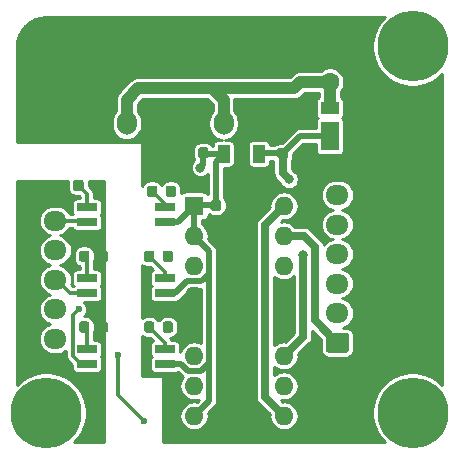
<source format=gbr>
G04 #@! TF.GenerationSoftware,KiCad,Pcbnew,(5.1.2)-1*
G04 #@! TF.CreationDate,2019-06-09T17:51:18+09:00*
G04 #@! TF.ProjectId,STEPPER_MOTOR04,53544550-5045-4525-9f4d-4f544f523034,rev?*
G04 #@! TF.SameCoordinates,Original*
G04 #@! TF.FileFunction,Copper,L2,Bot*
G04 #@! TF.FilePolarity,Positive*
%FSLAX46Y46*%
G04 Gerber Fmt 4.6, Leading zero omitted, Abs format (unit mm)*
G04 Created by KiCad (PCBNEW (5.1.2)-1) date 2019-06-09 17:51:18*
%MOMM*%
%LPD*%
G04 APERTURE LIST*
%ADD10C,0.100000*%
%ADD11C,1.700000*%
%ADD12O,1.950000X1.700000*%
%ADD13R,1.700000X0.650000*%
%ADD14C,0.875000*%
%ADD15R,1.500000X2.400000*%
%ADD16R,1.500000X1.050000*%
%ADD17C,0.850000*%
%ADD18R,1.000000X1.500000*%
%ADD19R,1.000000X1.800000*%
%ADD20R,2.200000X1.840000*%
%ADD21C,1.000000*%
%ADD22O,1.700000X2.000000*%
%ADD23C,1.600000*%
%ADD24R,1.600000X1.600000*%
%ADD25O,1.600000X1.600000*%
%ADD26C,6.000000*%
%ADD27C,0.600000*%
%ADD28C,0.800000*%
%ADD29C,0.500000*%
%ADD30C,0.700000*%
%ADD31C,0.300000*%
%ADD32C,1.000000*%
%ADD33C,0.254000*%
G04 APERTURE END LIST*
D10*
G36*
X101499504Y-86401204D02*
G01*
X101523773Y-86404804D01*
X101547571Y-86410765D01*
X101570671Y-86419030D01*
X101592849Y-86429520D01*
X101613893Y-86442133D01*
X101633598Y-86456747D01*
X101651777Y-86473223D01*
X101668253Y-86491402D01*
X101682867Y-86511107D01*
X101695480Y-86532151D01*
X101705970Y-86554329D01*
X101714235Y-86577429D01*
X101720196Y-86601227D01*
X101723796Y-86625496D01*
X101725000Y-86650000D01*
X101725000Y-87850000D01*
X101723796Y-87874504D01*
X101720196Y-87898773D01*
X101714235Y-87922571D01*
X101705970Y-87945671D01*
X101695480Y-87967849D01*
X101682867Y-87988893D01*
X101668253Y-88008598D01*
X101651777Y-88026777D01*
X101633598Y-88043253D01*
X101613893Y-88057867D01*
X101592849Y-88070480D01*
X101570671Y-88080970D01*
X101547571Y-88089235D01*
X101523773Y-88095196D01*
X101499504Y-88098796D01*
X101475000Y-88100000D01*
X100025000Y-88100000D01*
X100000496Y-88098796D01*
X99976227Y-88095196D01*
X99952429Y-88089235D01*
X99929329Y-88080970D01*
X99907151Y-88070480D01*
X99886107Y-88057867D01*
X99866402Y-88043253D01*
X99848223Y-88026777D01*
X99831747Y-88008598D01*
X99817133Y-87988893D01*
X99804520Y-87967849D01*
X99794030Y-87945671D01*
X99785765Y-87922571D01*
X99779804Y-87898773D01*
X99776204Y-87874504D01*
X99775000Y-87850000D01*
X99775000Y-86650000D01*
X99776204Y-86625496D01*
X99779804Y-86601227D01*
X99785765Y-86577429D01*
X99794030Y-86554329D01*
X99804520Y-86532151D01*
X99817133Y-86511107D01*
X99831747Y-86491402D01*
X99848223Y-86473223D01*
X99866402Y-86456747D01*
X99886107Y-86442133D01*
X99907151Y-86429520D01*
X99929329Y-86419030D01*
X99952429Y-86410765D01*
X99976227Y-86404804D01*
X100000496Y-86401204D01*
X100025000Y-86400000D01*
X101475000Y-86400000D01*
X101499504Y-86401204D01*
X101499504Y-86401204D01*
G37*
D11*
X100750000Y-87250000D03*
D12*
X100750000Y-89750000D03*
X100750000Y-92250000D03*
X100750000Y-94750000D03*
X100750000Y-97250000D03*
X100750000Y-99750000D03*
D13*
X110050000Y-101885000D03*
X110050000Y-100615000D03*
X103450000Y-100615000D03*
X103450000Y-101885000D03*
X103450000Y-95885000D03*
X103450000Y-94615000D03*
X110050000Y-94615000D03*
X110050000Y-95885000D03*
X103450000Y-89885000D03*
X103450000Y-88615000D03*
X110050000Y-88615000D03*
X110050000Y-89885000D03*
D10*
G36*
X114627691Y-88026053D02*
G01*
X114648926Y-88029203D01*
X114669750Y-88034419D01*
X114689962Y-88041651D01*
X114709368Y-88050830D01*
X114727781Y-88061866D01*
X114745024Y-88074654D01*
X114760930Y-88089070D01*
X114775346Y-88104976D01*
X114788134Y-88122219D01*
X114799170Y-88140632D01*
X114808349Y-88160038D01*
X114815581Y-88180250D01*
X114820797Y-88201074D01*
X114823947Y-88222309D01*
X114825000Y-88243750D01*
X114825000Y-88681250D01*
X114823947Y-88702691D01*
X114820797Y-88723926D01*
X114815581Y-88744750D01*
X114808349Y-88764962D01*
X114799170Y-88784368D01*
X114788134Y-88802781D01*
X114775346Y-88820024D01*
X114760930Y-88835930D01*
X114745024Y-88850346D01*
X114727781Y-88863134D01*
X114709368Y-88874170D01*
X114689962Y-88883349D01*
X114669750Y-88890581D01*
X114648926Y-88895797D01*
X114627691Y-88898947D01*
X114606250Y-88900000D01*
X114093750Y-88900000D01*
X114072309Y-88898947D01*
X114051074Y-88895797D01*
X114030250Y-88890581D01*
X114010038Y-88883349D01*
X113990632Y-88874170D01*
X113972219Y-88863134D01*
X113954976Y-88850346D01*
X113939070Y-88835930D01*
X113924654Y-88820024D01*
X113911866Y-88802781D01*
X113900830Y-88784368D01*
X113891651Y-88764962D01*
X113884419Y-88744750D01*
X113879203Y-88723926D01*
X113876053Y-88702691D01*
X113875000Y-88681250D01*
X113875000Y-88243750D01*
X113876053Y-88222309D01*
X113879203Y-88201074D01*
X113884419Y-88180250D01*
X113891651Y-88160038D01*
X113900830Y-88140632D01*
X113911866Y-88122219D01*
X113924654Y-88104976D01*
X113939070Y-88089070D01*
X113954976Y-88074654D01*
X113972219Y-88061866D01*
X113990632Y-88050830D01*
X114010038Y-88041651D01*
X114030250Y-88034419D01*
X114051074Y-88029203D01*
X114072309Y-88026053D01*
X114093750Y-88025000D01*
X114606250Y-88025000D01*
X114627691Y-88026053D01*
X114627691Y-88026053D01*
G37*
D14*
X114350000Y-88462500D03*
D10*
G36*
X114627691Y-89601053D02*
G01*
X114648926Y-89604203D01*
X114669750Y-89609419D01*
X114689962Y-89616651D01*
X114709368Y-89625830D01*
X114727781Y-89636866D01*
X114745024Y-89649654D01*
X114760930Y-89664070D01*
X114775346Y-89679976D01*
X114788134Y-89697219D01*
X114799170Y-89715632D01*
X114808349Y-89735038D01*
X114815581Y-89755250D01*
X114820797Y-89776074D01*
X114823947Y-89797309D01*
X114825000Y-89818750D01*
X114825000Y-90256250D01*
X114823947Y-90277691D01*
X114820797Y-90298926D01*
X114815581Y-90319750D01*
X114808349Y-90339962D01*
X114799170Y-90359368D01*
X114788134Y-90377781D01*
X114775346Y-90395024D01*
X114760930Y-90410930D01*
X114745024Y-90425346D01*
X114727781Y-90438134D01*
X114709368Y-90449170D01*
X114689962Y-90458349D01*
X114669750Y-90465581D01*
X114648926Y-90470797D01*
X114627691Y-90473947D01*
X114606250Y-90475000D01*
X114093750Y-90475000D01*
X114072309Y-90473947D01*
X114051074Y-90470797D01*
X114030250Y-90465581D01*
X114010038Y-90458349D01*
X113990632Y-90449170D01*
X113972219Y-90438134D01*
X113954976Y-90425346D01*
X113939070Y-90410930D01*
X113924654Y-90395024D01*
X113911866Y-90377781D01*
X113900830Y-90359368D01*
X113891651Y-90339962D01*
X113884419Y-90319750D01*
X113879203Y-90298926D01*
X113876053Y-90277691D01*
X113875000Y-90256250D01*
X113875000Y-89818750D01*
X113876053Y-89797309D01*
X113879203Y-89776074D01*
X113884419Y-89755250D01*
X113891651Y-89735038D01*
X113900830Y-89715632D01*
X113911866Y-89697219D01*
X113924654Y-89679976D01*
X113939070Y-89664070D01*
X113954976Y-89649654D01*
X113972219Y-89636866D01*
X113990632Y-89625830D01*
X114010038Y-89616651D01*
X114030250Y-89609419D01*
X114051074Y-89604203D01*
X114072309Y-89601053D01*
X114093750Y-89600000D01*
X114606250Y-89600000D01*
X114627691Y-89601053D01*
X114627691Y-89601053D01*
G37*
D14*
X114350000Y-90037500D03*
D10*
G36*
X120277691Y-83601053D02*
G01*
X120298926Y-83604203D01*
X120319750Y-83609419D01*
X120339962Y-83616651D01*
X120359368Y-83625830D01*
X120377781Y-83636866D01*
X120395024Y-83649654D01*
X120410930Y-83664070D01*
X120425346Y-83679976D01*
X120438134Y-83697219D01*
X120449170Y-83715632D01*
X120458349Y-83735038D01*
X120465581Y-83755250D01*
X120470797Y-83776074D01*
X120473947Y-83797309D01*
X120475000Y-83818750D01*
X120475000Y-84256250D01*
X120473947Y-84277691D01*
X120470797Y-84298926D01*
X120465581Y-84319750D01*
X120458349Y-84339962D01*
X120449170Y-84359368D01*
X120438134Y-84377781D01*
X120425346Y-84395024D01*
X120410930Y-84410930D01*
X120395024Y-84425346D01*
X120377781Y-84438134D01*
X120359368Y-84449170D01*
X120339962Y-84458349D01*
X120319750Y-84465581D01*
X120298926Y-84470797D01*
X120277691Y-84473947D01*
X120256250Y-84475000D01*
X119743750Y-84475000D01*
X119722309Y-84473947D01*
X119701074Y-84470797D01*
X119680250Y-84465581D01*
X119660038Y-84458349D01*
X119640632Y-84449170D01*
X119622219Y-84438134D01*
X119604976Y-84425346D01*
X119589070Y-84410930D01*
X119574654Y-84395024D01*
X119561866Y-84377781D01*
X119550830Y-84359368D01*
X119541651Y-84339962D01*
X119534419Y-84319750D01*
X119529203Y-84298926D01*
X119526053Y-84277691D01*
X119525000Y-84256250D01*
X119525000Y-83818750D01*
X119526053Y-83797309D01*
X119529203Y-83776074D01*
X119534419Y-83755250D01*
X119541651Y-83735038D01*
X119550830Y-83715632D01*
X119561866Y-83697219D01*
X119574654Y-83679976D01*
X119589070Y-83664070D01*
X119604976Y-83649654D01*
X119622219Y-83636866D01*
X119640632Y-83625830D01*
X119660038Y-83616651D01*
X119680250Y-83609419D01*
X119701074Y-83604203D01*
X119722309Y-83601053D01*
X119743750Y-83600000D01*
X120256250Y-83600000D01*
X120277691Y-83601053D01*
X120277691Y-83601053D01*
G37*
D14*
X120000000Y-84037500D03*
D10*
G36*
X120277691Y-82026053D02*
G01*
X120298926Y-82029203D01*
X120319750Y-82034419D01*
X120339962Y-82041651D01*
X120359368Y-82050830D01*
X120377781Y-82061866D01*
X120395024Y-82074654D01*
X120410930Y-82089070D01*
X120425346Y-82104976D01*
X120438134Y-82122219D01*
X120449170Y-82140632D01*
X120458349Y-82160038D01*
X120465581Y-82180250D01*
X120470797Y-82201074D01*
X120473947Y-82222309D01*
X120475000Y-82243750D01*
X120475000Y-82681250D01*
X120473947Y-82702691D01*
X120470797Y-82723926D01*
X120465581Y-82744750D01*
X120458349Y-82764962D01*
X120449170Y-82784368D01*
X120438134Y-82802781D01*
X120425346Y-82820024D01*
X120410930Y-82835930D01*
X120395024Y-82850346D01*
X120377781Y-82863134D01*
X120359368Y-82874170D01*
X120339962Y-82883349D01*
X120319750Y-82890581D01*
X120298926Y-82895797D01*
X120277691Y-82898947D01*
X120256250Y-82900000D01*
X119743750Y-82900000D01*
X119722309Y-82898947D01*
X119701074Y-82895797D01*
X119680250Y-82890581D01*
X119660038Y-82883349D01*
X119640632Y-82874170D01*
X119622219Y-82863134D01*
X119604976Y-82850346D01*
X119589070Y-82835930D01*
X119574654Y-82820024D01*
X119561866Y-82802781D01*
X119550830Y-82784368D01*
X119541651Y-82764962D01*
X119534419Y-82744750D01*
X119529203Y-82723926D01*
X119526053Y-82702691D01*
X119525000Y-82681250D01*
X119525000Y-82243750D01*
X119526053Y-82222309D01*
X119529203Y-82201074D01*
X119534419Y-82180250D01*
X119541651Y-82160038D01*
X119550830Y-82140632D01*
X119561866Y-82122219D01*
X119574654Y-82104976D01*
X119589070Y-82089070D01*
X119604976Y-82074654D01*
X119622219Y-82061866D01*
X119640632Y-82050830D01*
X119660038Y-82041651D01*
X119680250Y-82034419D01*
X119701074Y-82029203D01*
X119722309Y-82026053D01*
X119743750Y-82025000D01*
X120256250Y-82025000D01*
X120277691Y-82026053D01*
X120277691Y-82026053D01*
G37*
D14*
X120000000Y-82462500D03*
D10*
G36*
X111952691Y-83526053D02*
G01*
X111973926Y-83529203D01*
X111994750Y-83534419D01*
X112014962Y-83541651D01*
X112034368Y-83550830D01*
X112052781Y-83561866D01*
X112070024Y-83574654D01*
X112085930Y-83589070D01*
X112100346Y-83604976D01*
X112113134Y-83622219D01*
X112124170Y-83640632D01*
X112133349Y-83660038D01*
X112140581Y-83680250D01*
X112145797Y-83701074D01*
X112148947Y-83722309D01*
X112150000Y-83743750D01*
X112150000Y-84256250D01*
X112148947Y-84277691D01*
X112145797Y-84298926D01*
X112140581Y-84319750D01*
X112133349Y-84339962D01*
X112124170Y-84359368D01*
X112113134Y-84377781D01*
X112100346Y-84395024D01*
X112085930Y-84410930D01*
X112070024Y-84425346D01*
X112052781Y-84438134D01*
X112034368Y-84449170D01*
X112014962Y-84458349D01*
X111994750Y-84465581D01*
X111973926Y-84470797D01*
X111952691Y-84473947D01*
X111931250Y-84475000D01*
X111493750Y-84475000D01*
X111472309Y-84473947D01*
X111451074Y-84470797D01*
X111430250Y-84465581D01*
X111410038Y-84458349D01*
X111390632Y-84449170D01*
X111372219Y-84438134D01*
X111354976Y-84425346D01*
X111339070Y-84410930D01*
X111324654Y-84395024D01*
X111311866Y-84377781D01*
X111300830Y-84359368D01*
X111291651Y-84339962D01*
X111284419Y-84319750D01*
X111279203Y-84298926D01*
X111276053Y-84277691D01*
X111275000Y-84256250D01*
X111275000Y-83743750D01*
X111276053Y-83722309D01*
X111279203Y-83701074D01*
X111284419Y-83680250D01*
X111291651Y-83660038D01*
X111300830Y-83640632D01*
X111311866Y-83622219D01*
X111324654Y-83604976D01*
X111339070Y-83589070D01*
X111354976Y-83574654D01*
X111372219Y-83561866D01*
X111390632Y-83550830D01*
X111410038Y-83541651D01*
X111430250Y-83534419D01*
X111451074Y-83529203D01*
X111472309Y-83526053D01*
X111493750Y-83525000D01*
X111931250Y-83525000D01*
X111952691Y-83526053D01*
X111952691Y-83526053D01*
G37*
D14*
X111712500Y-84000000D03*
D10*
G36*
X113527691Y-83526053D02*
G01*
X113548926Y-83529203D01*
X113569750Y-83534419D01*
X113589962Y-83541651D01*
X113609368Y-83550830D01*
X113627781Y-83561866D01*
X113645024Y-83574654D01*
X113660930Y-83589070D01*
X113675346Y-83604976D01*
X113688134Y-83622219D01*
X113699170Y-83640632D01*
X113708349Y-83660038D01*
X113715581Y-83680250D01*
X113720797Y-83701074D01*
X113723947Y-83722309D01*
X113725000Y-83743750D01*
X113725000Y-84256250D01*
X113723947Y-84277691D01*
X113720797Y-84298926D01*
X113715581Y-84319750D01*
X113708349Y-84339962D01*
X113699170Y-84359368D01*
X113688134Y-84377781D01*
X113675346Y-84395024D01*
X113660930Y-84410930D01*
X113645024Y-84425346D01*
X113627781Y-84438134D01*
X113609368Y-84449170D01*
X113589962Y-84458349D01*
X113569750Y-84465581D01*
X113548926Y-84470797D01*
X113527691Y-84473947D01*
X113506250Y-84475000D01*
X113068750Y-84475000D01*
X113047309Y-84473947D01*
X113026074Y-84470797D01*
X113005250Y-84465581D01*
X112985038Y-84458349D01*
X112965632Y-84449170D01*
X112947219Y-84438134D01*
X112929976Y-84425346D01*
X112914070Y-84410930D01*
X112899654Y-84395024D01*
X112886866Y-84377781D01*
X112875830Y-84359368D01*
X112866651Y-84339962D01*
X112859419Y-84319750D01*
X112854203Y-84298926D01*
X112851053Y-84277691D01*
X112850000Y-84256250D01*
X112850000Y-83743750D01*
X112851053Y-83722309D01*
X112854203Y-83701074D01*
X112859419Y-83680250D01*
X112866651Y-83660038D01*
X112875830Y-83640632D01*
X112886866Y-83622219D01*
X112899654Y-83604976D01*
X112914070Y-83589070D01*
X112929976Y-83574654D01*
X112947219Y-83561866D01*
X112965632Y-83550830D01*
X112985038Y-83541651D01*
X113005250Y-83534419D01*
X113026074Y-83529203D01*
X113047309Y-83526053D01*
X113068750Y-83525000D01*
X113506250Y-83525000D01*
X113527691Y-83526053D01*
X113527691Y-83526053D01*
G37*
D14*
X113287500Y-84000000D03*
D10*
G36*
X103452691Y-92276053D02*
G01*
X103473926Y-92279203D01*
X103494750Y-92284419D01*
X103514962Y-92291651D01*
X103534368Y-92300830D01*
X103552781Y-92311866D01*
X103570024Y-92324654D01*
X103585930Y-92339070D01*
X103600346Y-92354976D01*
X103613134Y-92372219D01*
X103624170Y-92390632D01*
X103633349Y-92410038D01*
X103640581Y-92430250D01*
X103645797Y-92451074D01*
X103648947Y-92472309D01*
X103650000Y-92493750D01*
X103650000Y-93006250D01*
X103648947Y-93027691D01*
X103645797Y-93048926D01*
X103640581Y-93069750D01*
X103633349Y-93089962D01*
X103624170Y-93109368D01*
X103613134Y-93127781D01*
X103600346Y-93145024D01*
X103585930Y-93160930D01*
X103570024Y-93175346D01*
X103552781Y-93188134D01*
X103534368Y-93199170D01*
X103514962Y-93208349D01*
X103494750Y-93215581D01*
X103473926Y-93220797D01*
X103452691Y-93223947D01*
X103431250Y-93225000D01*
X102993750Y-93225000D01*
X102972309Y-93223947D01*
X102951074Y-93220797D01*
X102930250Y-93215581D01*
X102910038Y-93208349D01*
X102890632Y-93199170D01*
X102872219Y-93188134D01*
X102854976Y-93175346D01*
X102839070Y-93160930D01*
X102824654Y-93145024D01*
X102811866Y-93127781D01*
X102800830Y-93109368D01*
X102791651Y-93089962D01*
X102784419Y-93069750D01*
X102779203Y-93048926D01*
X102776053Y-93027691D01*
X102775000Y-93006250D01*
X102775000Y-92493750D01*
X102776053Y-92472309D01*
X102779203Y-92451074D01*
X102784419Y-92430250D01*
X102791651Y-92410038D01*
X102800830Y-92390632D01*
X102811866Y-92372219D01*
X102824654Y-92354976D01*
X102839070Y-92339070D01*
X102854976Y-92324654D01*
X102872219Y-92311866D01*
X102890632Y-92300830D01*
X102910038Y-92291651D01*
X102930250Y-92284419D01*
X102951074Y-92279203D01*
X102972309Y-92276053D01*
X102993750Y-92275000D01*
X103431250Y-92275000D01*
X103452691Y-92276053D01*
X103452691Y-92276053D01*
G37*
D14*
X103212500Y-92750000D03*
D10*
G36*
X105027691Y-92276053D02*
G01*
X105048926Y-92279203D01*
X105069750Y-92284419D01*
X105089962Y-92291651D01*
X105109368Y-92300830D01*
X105127781Y-92311866D01*
X105145024Y-92324654D01*
X105160930Y-92339070D01*
X105175346Y-92354976D01*
X105188134Y-92372219D01*
X105199170Y-92390632D01*
X105208349Y-92410038D01*
X105215581Y-92430250D01*
X105220797Y-92451074D01*
X105223947Y-92472309D01*
X105225000Y-92493750D01*
X105225000Y-93006250D01*
X105223947Y-93027691D01*
X105220797Y-93048926D01*
X105215581Y-93069750D01*
X105208349Y-93089962D01*
X105199170Y-93109368D01*
X105188134Y-93127781D01*
X105175346Y-93145024D01*
X105160930Y-93160930D01*
X105145024Y-93175346D01*
X105127781Y-93188134D01*
X105109368Y-93199170D01*
X105089962Y-93208349D01*
X105069750Y-93215581D01*
X105048926Y-93220797D01*
X105027691Y-93223947D01*
X105006250Y-93225000D01*
X104568750Y-93225000D01*
X104547309Y-93223947D01*
X104526074Y-93220797D01*
X104505250Y-93215581D01*
X104485038Y-93208349D01*
X104465632Y-93199170D01*
X104447219Y-93188134D01*
X104429976Y-93175346D01*
X104414070Y-93160930D01*
X104399654Y-93145024D01*
X104386866Y-93127781D01*
X104375830Y-93109368D01*
X104366651Y-93089962D01*
X104359419Y-93069750D01*
X104354203Y-93048926D01*
X104351053Y-93027691D01*
X104350000Y-93006250D01*
X104350000Y-92493750D01*
X104351053Y-92472309D01*
X104354203Y-92451074D01*
X104359419Y-92430250D01*
X104366651Y-92410038D01*
X104375830Y-92390632D01*
X104386866Y-92372219D01*
X104399654Y-92354976D01*
X104414070Y-92339070D01*
X104429976Y-92324654D01*
X104447219Y-92311866D01*
X104465632Y-92300830D01*
X104485038Y-92291651D01*
X104505250Y-92284419D01*
X104526074Y-92279203D01*
X104547309Y-92276053D01*
X104568750Y-92275000D01*
X105006250Y-92275000D01*
X105027691Y-92276053D01*
X105027691Y-92276053D01*
G37*
D14*
X104787500Y-92750000D03*
D10*
G36*
X105027691Y-98276053D02*
G01*
X105048926Y-98279203D01*
X105069750Y-98284419D01*
X105089962Y-98291651D01*
X105109368Y-98300830D01*
X105127781Y-98311866D01*
X105145024Y-98324654D01*
X105160930Y-98339070D01*
X105175346Y-98354976D01*
X105188134Y-98372219D01*
X105199170Y-98390632D01*
X105208349Y-98410038D01*
X105215581Y-98430250D01*
X105220797Y-98451074D01*
X105223947Y-98472309D01*
X105225000Y-98493750D01*
X105225000Y-99006250D01*
X105223947Y-99027691D01*
X105220797Y-99048926D01*
X105215581Y-99069750D01*
X105208349Y-99089962D01*
X105199170Y-99109368D01*
X105188134Y-99127781D01*
X105175346Y-99145024D01*
X105160930Y-99160930D01*
X105145024Y-99175346D01*
X105127781Y-99188134D01*
X105109368Y-99199170D01*
X105089962Y-99208349D01*
X105069750Y-99215581D01*
X105048926Y-99220797D01*
X105027691Y-99223947D01*
X105006250Y-99225000D01*
X104568750Y-99225000D01*
X104547309Y-99223947D01*
X104526074Y-99220797D01*
X104505250Y-99215581D01*
X104485038Y-99208349D01*
X104465632Y-99199170D01*
X104447219Y-99188134D01*
X104429976Y-99175346D01*
X104414070Y-99160930D01*
X104399654Y-99145024D01*
X104386866Y-99127781D01*
X104375830Y-99109368D01*
X104366651Y-99089962D01*
X104359419Y-99069750D01*
X104354203Y-99048926D01*
X104351053Y-99027691D01*
X104350000Y-99006250D01*
X104350000Y-98493750D01*
X104351053Y-98472309D01*
X104354203Y-98451074D01*
X104359419Y-98430250D01*
X104366651Y-98410038D01*
X104375830Y-98390632D01*
X104386866Y-98372219D01*
X104399654Y-98354976D01*
X104414070Y-98339070D01*
X104429976Y-98324654D01*
X104447219Y-98311866D01*
X104465632Y-98300830D01*
X104485038Y-98291651D01*
X104505250Y-98284419D01*
X104526074Y-98279203D01*
X104547309Y-98276053D01*
X104568750Y-98275000D01*
X105006250Y-98275000D01*
X105027691Y-98276053D01*
X105027691Y-98276053D01*
G37*
D14*
X104787500Y-98750000D03*
D10*
G36*
X103452691Y-98276053D02*
G01*
X103473926Y-98279203D01*
X103494750Y-98284419D01*
X103514962Y-98291651D01*
X103534368Y-98300830D01*
X103552781Y-98311866D01*
X103570024Y-98324654D01*
X103585930Y-98339070D01*
X103600346Y-98354976D01*
X103613134Y-98372219D01*
X103624170Y-98390632D01*
X103633349Y-98410038D01*
X103640581Y-98430250D01*
X103645797Y-98451074D01*
X103648947Y-98472309D01*
X103650000Y-98493750D01*
X103650000Y-99006250D01*
X103648947Y-99027691D01*
X103645797Y-99048926D01*
X103640581Y-99069750D01*
X103633349Y-99089962D01*
X103624170Y-99109368D01*
X103613134Y-99127781D01*
X103600346Y-99145024D01*
X103585930Y-99160930D01*
X103570024Y-99175346D01*
X103552781Y-99188134D01*
X103534368Y-99199170D01*
X103514962Y-99208349D01*
X103494750Y-99215581D01*
X103473926Y-99220797D01*
X103452691Y-99223947D01*
X103431250Y-99225000D01*
X102993750Y-99225000D01*
X102972309Y-99223947D01*
X102951074Y-99220797D01*
X102930250Y-99215581D01*
X102910038Y-99208349D01*
X102890632Y-99199170D01*
X102872219Y-99188134D01*
X102854976Y-99175346D01*
X102839070Y-99160930D01*
X102824654Y-99145024D01*
X102811866Y-99127781D01*
X102800830Y-99109368D01*
X102791651Y-99089962D01*
X102784419Y-99069750D01*
X102779203Y-99048926D01*
X102776053Y-99027691D01*
X102775000Y-99006250D01*
X102775000Y-98493750D01*
X102776053Y-98472309D01*
X102779203Y-98451074D01*
X102784419Y-98430250D01*
X102791651Y-98410038D01*
X102800830Y-98390632D01*
X102811866Y-98372219D01*
X102824654Y-98354976D01*
X102839070Y-98339070D01*
X102854976Y-98324654D01*
X102872219Y-98311866D01*
X102890632Y-98300830D01*
X102910038Y-98291651D01*
X102930250Y-98284419D01*
X102951074Y-98279203D01*
X102972309Y-98276053D01*
X102993750Y-98275000D01*
X103431250Y-98275000D01*
X103452691Y-98276053D01*
X103452691Y-98276053D01*
G37*
D14*
X103212500Y-98750000D03*
D10*
G36*
X102952691Y-86276053D02*
G01*
X102973926Y-86279203D01*
X102994750Y-86284419D01*
X103014962Y-86291651D01*
X103034368Y-86300830D01*
X103052781Y-86311866D01*
X103070024Y-86324654D01*
X103085930Y-86339070D01*
X103100346Y-86354976D01*
X103113134Y-86372219D01*
X103124170Y-86390632D01*
X103133349Y-86410038D01*
X103140581Y-86430250D01*
X103145797Y-86451074D01*
X103148947Y-86472309D01*
X103150000Y-86493750D01*
X103150000Y-87006250D01*
X103148947Y-87027691D01*
X103145797Y-87048926D01*
X103140581Y-87069750D01*
X103133349Y-87089962D01*
X103124170Y-87109368D01*
X103113134Y-87127781D01*
X103100346Y-87145024D01*
X103085930Y-87160930D01*
X103070024Y-87175346D01*
X103052781Y-87188134D01*
X103034368Y-87199170D01*
X103014962Y-87208349D01*
X102994750Y-87215581D01*
X102973926Y-87220797D01*
X102952691Y-87223947D01*
X102931250Y-87225000D01*
X102493750Y-87225000D01*
X102472309Y-87223947D01*
X102451074Y-87220797D01*
X102430250Y-87215581D01*
X102410038Y-87208349D01*
X102390632Y-87199170D01*
X102372219Y-87188134D01*
X102354976Y-87175346D01*
X102339070Y-87160930D01*
X102324654Y-87145024D01*
X102311866Y-87127781D01*
X102300830Y-87109368D01*
X102291651Y-87089962D01*
X102284419Y-87069750D01*
X102279203Y-87048926D01*
X102276053Y-87027691D01*
X102275000Y-87006250D01*
X102275000Y-86493750D01*
X102276053Y-86472309D01*
X102279203Y-86451074D01*
X102284419Y-86430250D01*
X102291651Y-86410038D01*
X102300830Y-86390632D01*
X102311866Y-86372219D01*
X102324654Y-86354976D01*
X102339070Y-86339070D01*
X102354976Y-86324654D01*
X102372219Y-86311866D01*
X102390632Y-86300830D01*
X102410038Y-86291651D01*
X102430250Y-86284419D01*
X102451074Y-86279203D01*
X102472309Y-86276053D01*
X102493750Y-86275000D01*
X102931250Y-86275000D01*
X102952691Y-86276053D01*
X102952691Y-86276053D01*
G37*
D14*
X102712500Y-86750000D03*
D10*
G36*
X104527691Y-86276053D02*
G01*
X104548926Y-86279203D01*
X104569750Y-86284419D01*
X104589962Y-86291651D01*
X104609368Y-86300830D01*
X104627781Y-86311866D01*
X104645024Y-86324654D01*
X104660930Y-86339070D01*
X104675346Y-86354976D01*
X104688134Y-86372219D01*
X104699170Y-86390632D01*
X104708349Y-86410038D01*
X104715581Y-86430250D01*
X104720797Y-86451074D01*
X104723947Y-86472309D01*
X104725000Y-86493750D01*
X104725000Y-87006250D01*
X104723947Y-87027691D01*
X104720797Y-87048926D01*
X104715581Y-87069750D01*
X104708349Y-87089962D01*
X104699170Y-87109368D01*
X104688134Y-87127781D01*
X104675346Y-87145024D01*
X104660930Y-87160930D01*
X104645024Y-87175346D01*
X104627781Y-87188134D01*
X104609368Y-87199170D01*
X104589962Y-87208349D01*
X104569750Y-87215581D01*
X104548926Y-87220797D01*
X104527691Y-87223947D01*
X104506250Y-87225000D01*
X104068750Y-87225000D01*
X104047309Y-87223947D01*
X104026074Y-87220797D01*
X104005250Y-87215581D01*
X103985038Y-87208349D01*
X103965632Y-87199170D01*
X103947219Y-87188134D01*
X103929976Y-87175346D01*
X103914070Y-87160930D01*
X103899654Y-87145024D01*
X103886866Y-87127781D01*
X103875830Y-87109368D01*
X103866651Y-87089962D01*
X103859419Y-87069750D01*
X103854203Y-87048926D01*
X103851053Y-87027691D01*
X103850000Y-87006250D01*
X103850000Y-86493750D01*
X103851053Y-86472309D01*
X103854203Y-86451074D01*
X103859419Y-86430250D01*
X103866651Y-86410038D01*
X103875830Y-86390632D01*
X103886866Y-86372219D01*
X103899654Y-86354976D01*
X103914070Y-86339070D01*
X103929976Y-86324654D01*
X103947219Y-86311866D01*
X103965632Y-86300830D01*
X103985038Y-86291651D01*
X104005250Y-86284419D01*
X104026074Y-86279203D01*
X104047309Y-86276053D01*
X104068750Y-86275000D01*
X104506250Y-86275000D01*
X104527691Y-86276053D01*
X104527691Y-86276053D01*
G37*
D14*
X104287500Y-86750000D03*
D15*
X124000000Y-82600000D03*
D16*
X124000000Y-80225000D03*
D17*
X116500000Y-88243200D03*
D10*
G36*
X116000000Y-88668200D02*
G01*
X115400000Y-87818200D01*
X117600000Y-87818200D01*
X117000000Y-88668200D01*
X116000000Y-88668200D01*
X116000000Y-88668200D01*
G37*
D18*
X115000000Y-84096200D03*
D19*
X116500000Y-84242700D03*
D18*
X118000000Y-84096200D03*
D20*
X116500000Y-86909700D03*
D21*
X116500000Y-85500000D03*
D10*
G36*
X116900000Y-85000000D02*
G01*
X117600000Y-86000000D01*
X115400000Y-86000000D01*
X116100000Y-85000000D01*
X116900000Y-85000000D01*
X116900000Y-85000000D01*
G37*
D22*
X106800000Y-81500000D03*
D10*
G36*
X109924504Y-80501204D02*
G01*
X109948773Y-80504804D01*
X109972571Y-80510765D01*
X109995671Y-80519030D01*
X110017849Y-80529520D01*
X110038893Y-80542133D01*
X110058598Y-80556747D01*
X110076777Y-80573223D01*
X110093253Y-80591402D01*
X110107867Y-80611107D01*
X110120480Y-80632151D01*
X110130970Y-80654329D01*
X110139235Y-80677429D01*
X110145196Y-80701227D01*
X110148796Y-80725496D01*
X110150000Y-80750000D01*
X110150000Y-82250000D01*
X110148796Y-82274504D01*
X110145196Y-82298773D01*
X110139235Y-82322571D01*
X110130970Y-82345671D01*
X110120480Y-82367849D01*
X110107867Y-82388893D01*
X110093253Y-82408598D01*
X110076777Y-82426777D01*
X110058598Y-82443253D01*
X110038893Y-82457867D01*
X110017849Y-82470480D01*
X109995671Y-82480970D01*
X109972571Y-82489235D01*
X109948773Y-82495196D01*
X109924504Y-82498796D01*
X109900000Y-82500000D01*
X108700000Y-82500000D01*
X108675496Y-82498796D01*
X108651227Y-82495196D01*
X108627429Y-82489235D01*
X108604329Y-82480970D01*
X108582151Y-82470480D01*
X108561107Y-82457867D01*
X108541402Y-82443253D01*
X108523223Y-82426777D01*
X108506747Y-82408598D01*
X108492133Y-82388893D01*
X108479520Y-82367849D01*
X108469030Y-82345671D01*
X108460765Y-82322571D01*
X108454804Y-82298773D01*
X108451204Y-82274504D01*
X108450000Y-82250000D01*
X108450000Y-80750000D01*
X108451204Y-80725496D01*
X108454804Y-80701227D01*
X108460765Y-80677429D01*
X108469030Y-80654329D01*
X108479520Y-80632151D01*
X108492133Y-80611107D01*
X108506747Y-80591402D01*
X108523223Y-80573223D01*
X108541402Y-80556747D01*
X108561107Y-80542133D01*
X108582151Y-80529520D01*
X108604329Y-80519030D01*
X108627429Y-80510765D01*
X108651227Y-80504804D01*
X108675496Y-80501204D01*
X108700000Y-80500000D01*
X109900000Y-80500000D01*
X109924504Y-80501204D01*
X109924504Y-80501204D01*
G37*
D11*
X109300000Y-81500000D03*
D10*
G36*
X125389504Y-99223204D02*
G01*
X125413773Y-99226804D01*
X125437571Y-99232765D01*
X125460671Y-99241030D01*
X125482849Y-99251520D01*
X125503893Y-99264133D01*
X125523598Y-99278747D01*
X125541777Y-99295223D01*
X125558253Y-99313402D01*
X125572867Y-99333107D01*
X125585480Y-99354151D01*
X125595970Y-99376329D01*
X125604235Y-99399429D01*
X125610196Y-99423227D01*
X125613796Y-99447496D01*
X125615000Y-99472000D01*
X125615000Y-100672000D01*
X125613796Y-100696504D01*
X125610196Y-100720773D01*
X125604235Y-100744571D01*
X125595970Y-100767671D01*
X125585480Y-100789849D01*
X125572867Y-100810893D01*
X125558253Y-100830598D01*
X125541777Y-100848777D01*
X125523598Y-100865253D01*
X125503893Y-100879867D01*
X125482849Y-100892480D01*
X125460671Y-100902970D01*
X125437571Y-100911235D01*
X125413773Y-100917196D01*
X125389504Y-100920796D01*
X125365000Y-100922000D01*
X123915000Y-100922000D01*
X123890496Y-100920796D01*
X123866227Y-100917196D01*
X123842429Y-100911235D01*
X123819329Y-100902970D01*
X123797151Y-100892480D01*
X123776107Y-100879867D01*
X123756402Y-100865253D01*
X123738223Y-100848777D01*
X123721747Y-100830598D01*
X123707133Y-100810893D01*
X123694520Y-100789849D01*
X123684030Y-100767671D01*
X123675765Y-100744571D01*
X123669804Y-100720773D01*
X123666204Y-100696504D01*
X123665000Y-100672000D01*
X123665000Y-99472000D01*
X123666204Y-99447496D01*
X123669804Y-99423227D01*
X123675765Y-99399429D01*
X123684030Y-99376329D01*
X123694520Y-99354151D01*
X123707133Y-99333107D01*
X123721747Y-99313402D01*
X123738223Y-99295223D01*
X123756402Y-99278747D01*
X123776107Y-99264133D01*
X123797151Y-99251520D01*
X123819329Y-99241030D01*
X123842429Y-99232765D01*
X123866227Y-99226804D01*
X123890496Y-99223204D01*
X123915000Y-99222000D01*
X125365000Y-99222000D01*
X125389504Y-99223204D01*
X125389504Y-99223204D01*
G37*
D11*
X124640000Y-100072000D03*
D12*
X124640000Y-97572000D03*
X124640000Y-95072000D03*
X124640000Y-92572000D03*
X124640000Y-90072000D03*
X124640000Y-87572000D03*
D10*
G36*
X118124504Y-80501204D02*
G01*
X118148773Y-80504804D01*
X118172571Y-80510765D01*
X118195671Y-80519030D01*
X118217849Y-80529520D01*
X118238893Y-80542133D01*
X118258598Y-80556747D01*
X118276777Y-80573223D01*
X118293253Y-80591402D01*
X118307867Y-80611107D01*
X118320480Y-80632151D01*
X118330970Y-80654329D01*
X118339235Y-80677429D01*
X118345196Y-80701227D01*
X118348796Y-80725496D01*
X118350000Y-80750000D01*
X118350000Y-82250000D01*
X118348796Y-82274504D01*
X118345196Y-82298773D01*
X118339235Y-82322571D01*
X118330970Y-82345671D01*
X118320480Y-82367849D01*
X118307867Y-82388893D01*
X118293253Y-82408598D01*
X118276777Y-82426777D01*
X118258598Y-82443253D01*
X118238893Y-82457867D01*
X118217849Y-82470480D01*
X118195671Y-82480970D01*
X118172571Y-82489235D01*
X118148773Y-82495196D01*
X118124504Y-82498796D01*
X118100000Y-82500000D01*
X116900000Y-82500000D01*
X116875496Y-82498796D01*
X116851227Y-82495196D01*
X116827429Y-82489235D01*
X116804329Y-82480970D01*
X116782151Y-82470480D01*
X116761107Y-82457867D01*
X116741402Y-82443253D01*
X116723223Y-82426777D01*
X116706747Y-82408598D01*
X116692133Y-82388893D01*
X116679520Y-82367849D01*
X116669030Y-82345671D01*
X116660765Y-82322571D01*
X116654804Y-82298773D01*
X116651204Y-82274504D01*
X116650000Y-82250000D01*
X116650000Y-80750000D01*
X116651204Y-80725496D01*
X116654804Y-80701227D01*
X116660765Y-80677429D01*
X116669030Y-80654329D01*
X116679520Y-80632151D01*
X116692133Y-80611107D01*
X116706747Y-80591402D01*
X116723223Y-80573223D01*
X116741402Y-80556747D01*
X116761107Y-80542133D01*
X116782151Y-80529520D01*
X116804329Y-80519030D01*
X116827429Y-80510765D01*
X116851227Y-80504804D01*
X116875496Y-80501204D01*
X116900000Y-80500000D01*
X118100000Y-80500000D01*
X118124504Y-80501204D01*
X118124504Y-80501204D01*
G37*
D11*
X117500000Y-81500000D03*
D22*
X115000000Y-81500000D03*
D23*
X124000000Y-78000000D03*
X124000000Y-75500000D03*
D24*
X112500000Y-88500000D03*
D25*
X120120000Y-106280000D03*
X112500000Y-91040000D03*
X120120000Y-103740000D03*
X112500000Y-93580000D03*
X120120000Y-101200000D03*
X112500000Y-96120000D03*
X120120000Y-98660000D03*
X112500000Y-98660000D03*
X120120000Y-96120000D03*
X112500000Y-101200000D03*
X120120000Y-93580000D03*
X112500000Y-103740000D03*
X120120000Y-91040000D03*
X112500000Y-106280000D03*
X120120000Y-88500000D03*
D10*
G36*
X110777691Y-86776053D02*
G01*
X110798926Y-86779203D01*
X110819750Y-86784419D01*
X110839962Y-86791651D01*
X110859368Y-86800830D01*
X110877781Y-86811866D01*
X110895024Y-86824654D01*
X110910930Y-86839070D01*
X110925346Y-86854976D01*
X110938134Y-86872219D01*
X110949170Y-86890632D01*
X110958349Y-86910038D01*
X110965581Y-86930250D01*
X110970797Y-86951074D01*
X110973947Y-86972309D01*
X110975000Y-86993750D01*
X110975000Y-87506250D01*
X110973947Y-87527691D01*
X110970797Y-87548926D01*
X110965581Y-87569750D01*
X110958349Y-87589962D01*
X110949170Y-87609368D01*
X110938134Y-87627781D01*
X110925346Y-87645024D01*
X110910930Y-87660930D01*
X110895024Y-87675346D01*
X110877781Y-87688134D01*
X110859368Y-87699170D01*
X110839962Y-87708349D01*
X110819750Y-87715581D01*
X110798926Y-87720797D01*
X110777691Y-87723947D01*
X110756250Y-87725000D01*
X110318750Y-87725000D01*
X110297309Y-87723947D01*
X110276074Y-87720797D01*
X110255250Y-87715581D01*
X110235038Y-87708349D01*
X110215632Y-87699170D01*
X110197219Y-87688134D01*
X110179976Y-87675346D01*
X110164070Y-87660930D01*
X110149654Y-87645024D01*
X110136866Y-87627781D01*
X110125830Y-87609368D01*
X110116651Y-87589962D01*
X110109419Y-87569750D01*
X110104203Y-87548926D01*
X110101053Y-87527691D01*
X110100000Y-87506250D01*
X110100000Y-86993750D01*
X110101053Y-86972309D01*
X110104203Y-86951074D01*
X110109419Y-86930250D01*
X110116651Y-86910038D01*
X110125830Y-86890632D01*
X110136866Y-86872219D01*
X110149654Y-86854976D01*
X110164070Y-86839070D01*
X110179976Y-86824654D01*
X110197219Y-86811866D01*
X110215632Y-86800830D01*
X110235038Y-86791651D01*
X110255250Y-86784419D01*
X110276074Y-86779203D01*
X110297309Y-86776053D01*
X110318750Y-86775000D01*
X110756250Y-86775000D01*
X110777691Y-86776053D01*
X110777691Y-86776053D01*
G37*
D14*
X110537500Y-87250000D03*
D10*
G36*
X109202691Y-86776053D02*
G01*
X109223926Y-86779203D01*
X109244750Y-86784419D01*
X109264962Y-86791651D01*
X109284368Y-86800830D01*
X109302781Y-86811866D01*
X109320024Y-86824654D01*
X109335930Y-86839070D01*
X109350346Y-86854976D01*
X109363134Y-86872219D01*
X109374170Y-86890632D01*
X109383349Y-86910038D01*
X109390581Y-86930250D01*
X109395797Y-86951074D01*
X109398947Y-86972309D01*
X109400000Y-86993750D01*
X109400000Y-87506250D01*
X109398947Y-87527691D01*
X109395797Y-87548926D01*
X109390581Y-87569750D01*
X109383349Y-87589962D01*
X109374170Y-87609368D01*
X109363134Y-87627781D01*
X109350346Y-87645024D01*
X109335930Y-87660930D01*
X109320024Y-87675346D01*
X109302781Y-87688134D01*
X109284368Y-87699170D01*
X109264962Y-87708349D01*
X109244750Y-87715581D01*
X109223926Y-87720797D01*
X109202691Y-87723947D01*
X109181250Y-87725000D01*
X108743750Y-87725000D01*
X108722309Y-87723947D01*
X108701074Y-87720797D01*
X108680250Y-87715581D01*
X108660038Y-87708349D01*
X108640632Y-87699170D01*
X108622219Y-87688134D01*
X108604976Y-87675346D01*
X108589070Y-87660930D01*
X108574654Y-87645024D01*
X108561866Y-87627781D01*
X108550830Y-87609368D01*
X108541651Y-87589962D01*
X108534419Y-87569750D01*
X108529203Y-87548926D01*
X108526053Y-87527691D01*
X108525000Y-87506250D01*
X108525000Y-86993750D01*
X108526053Y-86972309D01*
X108529203Y-86951074D01*
X108534419Y-86930250D01*
X108541651Y-86910038D01*
X108550830Y-86890632D01*
X108561866Y-86872219D01*
X108574654Y-86854976D01*
X108589070Y-86839070D01*
X108604976Y-86824654D01*
X108622219Y-86811866D01*
X108640632Y-86800830D01*
X108660038Y-86791651D01*
X108680250Y-86784419D01*
X108701074Y-86779203D01*
X108722309Y-86776053D01*
X108743750Y-86775000D01*
X109181250Y-86775000D01*
X109202691Y-86776053D01*
X109202691Y-86776053D01*
G37*
D14*
X108962500Y-87250000D03*
D10*
G36*
X108952691Y-92276053D02*
G01*
X108973926Y-92279203D01*
X108994750Y-92284419D01*
X109014962Y-92291651D01*
X109034368Y-92300830D01*
X109052781Y-92311866D01*
X109070024Y-92324654D01*
X109085930Y-92339070D01*
X109100346Y-92354976D01*
X109113134Y-92372219D01*
X109124170Y-92390632D01*
X109133349Y-92410038D01*
X109140581Y-92430250D01*
X109145797Y-92451074D01*
X109148947Y-92472309D01*
X109150000Y-92493750D01*
X109150000Y-93006250D01*
X109148947Y-93027691D01*
X109145797Y-93048926D01*
X109140581Y-93069750D01*
X109133349Y-93089962D01*
X109124170Y-93109368D01*
X109113134Y-93127781D01*
X109100346Y-93145024D01*
X109085930Y-93160930D01*
X109070024Y-93175346D01*
X109052781Y-93188134D01*
X109034368Y-93199170D01*
X109014962Y-93208349D01*
X108994750Y-93215581D01*
X108973926Y-93220797D01*
X108952691Y-93223947D01*
X108931250Y-93225000D01*
X108493750Y-93225000D01*
X108472309Y-93223947D01*
X108451074Y-93220797D01*
X108430250Y-93215581D01*
X108410038Y-93208349D01*
X108390632Y-93199170D01*
X108372219Y-93188134D01*
X108354976Y-93175346D01*
X108339070Y-93160930D01*
X108324654Y-93145024D01*
X108311866Y-93127781D01*
X108300830Y-93109368D01*
X108291651Y-93089962D01*
X108284419Y-93069750D01*
X108279203Y-93048926D01*
X108276053Y-93027691D01*
X108275000Y-93006250D01*
X108275000Y-92493750D01*
X108276053Y-92472309D01*
X108279203Y-92451074D01*
X108284419Y-92430250D01*
X108291651Y-92410038D01*
X108300830Y-92390632D01*
X108311866Y-92372219D01*
X108324654Y-92354976D01*
X108339070Y-92339070D01*
X108354976Y-92324654D01*
X108372219Y-92311866D01*
X108390632Y-92300830D01*
X108410038Y-92291651D01*
X108430250Y-92284419D01*
X108451074Y-92279203D01*
X108472309Y-92276053D01*
X108493750Y-92275000D01*
X108931250Y-92275000D01*
X108952691Y-92276053D01*
X108952691Y-92276053D01*
G37*
D14*
X108712500Y-92750000D03*
D10*
G36*
X110527691Y-92276053D02*
G01*
X110548926Y-92279203D01*
X110569750Y-92284419D01*
X110589962Y-92291651D01*
X110609368Y-92300830D01*
X110627781Y-92311866D01*
X110645024Y-92324654D01*
X110660930Y-92339070D01*
X110675346Y-92354976D01*
X110688134Y-92372219D01*
X110699170Y-92390632D01*
X110708349Y-92410038D01*
X110715581Y-92430250D01*
X110720797Y-92451074D01*
X110723947Y-92472309D01*
X110725000Y-92493750D01*
X110725000Y-93006250D01*
X110723947Y-93027691D01*
X110720797Y-93048926D01*
X110715581Y-93069750D01*
X110708349Y-93089962D01*
X110699170Y-93109368D01*
X110688134Y-93127781D01*
X110675346Y-93145024D01*
X110660930Y-93160930D01*
X110645024Y-93175346D01*
X110627781Y-93188134D01*
X110609368Y-93199170D01*
X110589962Y-93208349D01*
X110569750Y-93215581D01*
X110548926Y-93220797D01*
X110527691Y-93223947D01*
X110506250Y-93225000D01*
X110068750Y-93225000D01*
X110047309Y-93223947D01*
X110026074Y-93220797D01*
X110005250Y-93215581D01*
X109985038Y-93208349D01*
X109965632Y-93199170D01*
X109947219Y-93188134D01*
X109929976Y-93175346D01*
X109914070Y-93160930D01*
X109899654Y-93145024D01*
X109886866Y-93127781D01*
X109875830Y-93109368D01*
X109866651Y-93089962D01*
X109859419Y-93069750D01*
X109854203Y-93048926D01*
X109851053Y-93027691D01*
X109850000Y-93006250D01*
X109850000Y-92493750D01*
X109851053Y-92472309D01*
X109854203Y-92451074D01*
X109859419Y-92430250D01*
X109866651Y-92410038D01*
X109875830Y-92390632D01*
X109886866Y-92372219D01*
X109899654Y-92354976D01*
X109914070Y-92339070D01*
X109929976Y-92324654D01*
X109947219Y-92311866D01*
X109965632Y-92300830D01*
X109985038Y-92291651D01*
X110005250Y-92284419D01*
X110026074Y-92279203D01*
X110047309Y-92276053D01*
X110068750Y-92275000D01*
X110506250Y-92275000D01*
X110527691Y-92276053D01*
X110527691Y-92276053D01*
G37*
D14*
X110287500Y-92750000D03*
D10*
G36*
X110527691Y-98276053D02*
G01*
X110548926Y-98279203D01*
X110569750Y-98284419D01*
X110589962Y-98291651D01*
X110609368Y-98300830D01*
X110627781Y-98311866D01*
X110645024Y-98324654D01*
X110660930Y-98339070D01*
X110675346Y-98354976D01*
X110688134Y-98372219D01*
X110699170Y-98390632D01*
X110708349Y-98410038D01*
X110715581Y-98430250D01*
X110720797Y-98451074D01*
X110723947Y-98472309D01*
X110725000Y-98493750D01*
X110725000Y-99006250D01*
X110723947Y-99027691D01*
X110720797Y-99048926D01*
X110715581Y-99069750D01*
X110708349Y-99089962D01*
X110699170Y-99109368D01*
X110688134Y-99127781D01*
X110675346Y-99145024D01*
X110660930Y-99160930D01*
X110645024Y-99175346D01*
X110627781Y-99188134D01*
X110609368Y-99199170D01*
X110589962Y-99208349D01*
X110569750Y-99215581D01*
X110548926Y-99220797D01*
X110527691Y-99223947D01*
X110506250Y-99225000D01*
X110068750Y-99225000D01*
X110047309Y-99223947D01*
X110026074Y-99220797D01*
X110005250Y-99215581D01*
X109985038Y-99208349D01*
X109965632Y-99199170D01*
X109947219Y-99188134D01*
X109929976Y-99175346D01*
X109914070Y-99160930D01*
X109899654Y-99145024D01*
X109886866Y-99127781D01*
X109875830Y-99109368D01*
X109866651Y-99089962D01*
X109859419Y-99069750D01*
X109854203Y-99048926D01*
X109851053Y-99027691D01*
X109850000Y-99006250D01*
X109850000Y-98493750D01*
X109851053Y-98472309D01*
X109854203Y-98451074D01*
X109859419Y-98430250D01*
X109866651Y-98410038D01*
X109875830Y-98390632D01*
X109886866Y-98372219D01*
X109899654Y-98354976D01*
X109914070Y-98339070D01*
X109929976Y-98324654D01*
X109947219Y-98311866D01*
X109965632Y-98300830D01*
X109985038Y-98291651D01*
X110005250Y-98284419D01*
X110026074Y-98279203D01*
X110047309Y-98276053D01*
X110068750Y-98275000D01*
X110506250Y-98275000D01*
X110527691Y-98276053D01*
X110527691Y-98276053D01*
G37*
D14*
X110287500Y-98750000D03*
D10*
G36*
X108952691Y-98276053D02*
G01*
X108973926Y-98279203D01*
X108994750Y-98284419D01*
X109014962Y-98291651D01*
X109034368Y-98300830D01*
X109052781Y-98311866D01*
X109070024Y-98324654D01*
X109085930Y-98339070D01*
X109100346Y-98354976D01*
X109113134Y-98372219D01*
X109124170Y-98390632D01*
X109133349Y-98410038D01*
X109140581Y-98430250D01*
X109145797Y-98451074D01*
X109148947Y-98472309D01*
X109150000Y-98493750D01*
X109150000Y-99006250D01*
X109148947Y-99027691D01*
X109145797Y-99048926D01*
X109140581Y-99069750D01*
X109133349Y-99089962D01*
X109124170Y-99109368D01*
X109113134Y-99127781D01*
X109100346Y-99145024D01*
X109085930Y-99160930D01*
X109070024Y-99175346D01*
X109052781Y-99188134D01*
X109034368Y-99199170D01*
X109014962Y-99208349D01*
X108994750Y-99215581D01*
X108973926Y-99220797D01*
X108952691Y-99223947D01*
X108931250Y-99225000D01*
X108493750Y-99225000D01*
X108472309Y-99223947D01*
X108451074Y-99220797D01*
X108430250Y-99215581D01*
X108410038Y-99208349D01*
X108390632Y-99199170D01*
X108372219Y-99188134D01*
X108354976Y-99175346D01*
X108339070Y-99160930D01*
X108324654Y-99145024D01*
X108311866Y-99127781D01*
X108300830Y-99109368D01*
X108291651Y-99089962D01*
X108284419Y-99069750D01*
X108279203Y-99048926D01*
X108276053Y-99027691D01*
X108275000Y-99006250D01*
X108275000Y-98493750D01*
X108276053Y-98472309D01*
X108279203Y-98451074D01*
X108284419Y-98430250D01*
X108291651Y-98410038D01*
X108300830Y-98390632D01*
X108311866Y-98372219D01*
X108324654Y-98354976D01*
X108339070Y-98339070D01*
X108354976Y-98324654D01*
X108372219Y-98311866D01*
X108390632Y-98300830D01*
X108410038Y-98291651D01*
X108430250Y-98284419D01*
X108451074Y-98279203D01*
X108472309Y-98276053D01*
X108493750Y-98275000D01*
X108931250Y-98275000D01*
X108952691Y-98276053D01*
X108952691Y-98276053D01*
G37*
D14*
X108712500Y-98750000D03*
D26*
X131000000Y-75000000D03*
X131000000Y-106000000D03*
X100000000Y-106000000D03*
D27*
X103250000Y-104000000D03*
X104500000Y-108250000D03*
X104750000Y-105750000D03*
X104750000Y-102750000D03*
X104750000Y-97750000D03*
X104750000Y-96750000D03*
X104750000Y-93750000D03*
X104750000Y-91750000D03*
X104750000Y-90750000D03*
X97750000Y-86750000D03*
X97750000Y-90250000D03*
X97750000Y-93750000D03*
X97750000Y-100750000D03*
X97750000Y-103000000D03*
X99750000Y-102250000D03*
X97750000Y-97250000D03*
X104750000Y-99750000D03*
X124000000Y-82600000D03*
D28*
X120537500Y-86250000D03*
D27*
X108287500Y-106750000D03*
X106030000Y-101110000D03*
X102750000Y-97250000D03*
D28*
X121750000Y-92630000D03*
D27*
X98000000Y-82750000D03*
X98000000Y-79250000D03*
X98000000Y-75750000D03*
X100750000Y-72750000D03*
X104000000Y-72750000D03*
X108000000Y-72750000D03*
X112000000Y-72750000D03*
X116000000Y-72750000D03*
X120000000Y-72750000D03*
X124000000Y-72750000D03*
X128000000Y-72750000D03*
X127250000Y-75750000D03*
X129250000Y-78250000D03*
X133250000Y-78000000D03*
X133250000Y-82000000D03*
X133250000Y-86000000D03*
X133250000Y-90000000D03*
X133250000Y-94000000D03*
X133250000Y-98000000D03*
X133250000Y-102500000D03*
X130500000Y-102250000D03*
X128000000Y-103500000D03*
X127250000Y-106250000D03*
X128000000Y-108250000D03*
X124750000Y-108250000D03*
X121000000Y-108250000D03*
X113500000Y-108250000D03*
X110250000Y-108250000D03*
X110250000Y-105750000D03*
X108500000Y-102500000D03*
X108500000Y-100000000D03*
X108500000Y-97500000D03*
X108500000Y-94000000D03*
X114750000Y-93500000D03*
X117500000Y-90500000D03*
X118500000Y-88500000D03*
X113250000Y-87000000D03*
X111750000Y-87000000D03*
X108500000Y-86000000D03*
X108500000Y-83000000D03*
X105750000Y-83000000D03*
X101750000Y-83000000D03*
X108250000Y-80000000D03*
X111000000Y-80000000D03*
X113750000Y-80000000D03*
X113750000Y-82750000D03*
X116500000Y-79750000D03*
X119250000Y-79750000D03*
X122500000Y-79250000D03*
X122500000Y-81500000D03*
X122500000Y-83750000D03*
X122500000Y-76750000D03*
X125750000Y-78250000D03*
X125750000Y-80500000D03*
X125750000Y-82000000D03*
X119250000Y-77250000D03*
X116500000Y-77250000D03*
X113750000Y-77250000D03*
X111000000Y-77250000D03*
X108250000Y-77250000D03*
X105500000Y-80250000D03*
X118750000Y-85750000D03*
X123250000Y-102250000D03*
X126250000Y-101750000D03*
X126250000Y-86250000D03*
X123250000Y-86250000D03*
X123250000Y-89000000D03*
X121500000Y-105000000D03*
X114750000Y-105250000D03*
X117500000Y-105250000D03*
X117500000Y-102500000D03*
X114750000Y-102500000D03*
X114750000Y-99750000D03*
X117500000Y-99750000D03*
X117500000Y-96750000D03*
X114750000Y-96750000D03*
X117500000Y-93500000D03*
X110250000Y-103250000D03*
X117250000Y-108250000D03*
X126250000Y-89000000D03*
X126250000Y-91500000D03*
X126250000Y-94000000D03*
X126250000Y-96500000D03*
X126250000Y-99000000D03*
D28*
X113037500Y-85250000D03*
D27*
X110537500Y-87250000D03*
X110287500Y-92750000D03*
X110287500Y-98750000D03*
X110050000Y-94615000D03*
X110050000Y-100615000D03*
X110050000Y-88615000D03*
D29*
X121437500Y-82600000D02*
X120000000Y-84037500D01*
X124000000Y-82600000D02*
X121437500Y-82600000D01*
X118058700Y-84037500D02*
X118000000Y-84096200D01*
X120000000Y-84037500D02*
X118058700Y-84037500D01*
D30*
X120000000Y-85712500D02*
X120537500Y-86250000D01*
X120000000Y-84037500D02*
X120000000Y-85712500D01*
X120120000Y-88500000D02*
X118500000Y-90120000D01*
X118500000Y-104660000D02*
X120120000Y-106280000D01*
X118500000Y-90120000D02*
X118500000Y-104660000D01*
D31*
X106038750Y-104501250D02*
X106038750Y-101428750D01*
X106038750Y-104501250D02*
X108287500Y-106750000D01*
X106030000Y-101110000D02*
X106038750Y-101118750D01*
X106038750Y-101118750D02*
X106038750Y-101428750D01*
X102750000Y-97250000D02*
X102250000Y-97750000D01*
X102925000Y-101885000D02*
X103450000Y-101885000D01*
X102250000Y-101210000D02*
X102925000Y-101885000D01*
X102250000Y-97750000D02*
X102250000Y-101210000D01*
X102300000Y-95885000D02*
X103450000Y-95885000D01*
X102010000Y-95885000D02*
X102300000Y-95885000D01*
X100875000Y-94750000D02*
X102010000Y-95885000D01*
X100750000Y-94750000D02*
X100875000Y-94750000D01*
X103315000Y-89750000D02*
X103450000Y-89885000D01*
X100750000Y-89750000D02*
X103315000Y-89750000D01*
D30*
X120120000Y-91040000D02*
X121790000Y-91040000D01*
X121790000Y-91040000D02*
X122750000Y-92000000D01*
X122750000Y-98182000D02*
X124640000Y-100072000D01*
X122750000Y-92000000D02*
X122750000Y-98182000D01*
X120120000Y-101200000D02*
X121750000Y-99570000D01*
X121750000Y-99570000D02*
X121750000Y-92630000D01*
D29*
X113383700Y-84096200D02*
X113287500Y-84000000D01*
X115000000Y-84096200D02*
X113383700Y-84096200D01*
X113287500Y-84000000D02*
X113287500Y-85000000D01*
X113287500Y-85000000D02*
X113037500Y-85250000D01*
X114350000Y-84746200D02*
X114350000Y-88462500D01*
X115000000Y-84096200D02*
X114350000Y-84746200D01*
X112537500Y-88462500D02*
X112500000Y-88500000D01*
X114350000Y-88462500D02*
X112537500Y-88462500D01*
X112500000Y-88500000D02*
X112500000Y-91040000D01*
X111115000Y-89885000D02*
X112500000Y-88500000D01*
X110050000Y-89885000D02*
X111115000Y-89885000D01*
X113750001Y-94219999D02*
X113220000Y-94750000D01*
X112500000Y-91040000D02*
X113750001Y-92290001D01*
X113750001Y-92290001D02*
X113750001Y-94219999D01*
X110884998Y-95885000D02*
X110050000Y-95885000D01*
X111899999Y-94869999D02*
X110884998Y-95885000D01*
X113060003Y-94869999D02*
X111899999Y-94869999D01*
X113180002Y-94750000D02*
X113060003Y-94869999D01*
X113220000Y-94750000D02*
X113180002Y-94750000D01*
X111400000Y-101885000D02*
X110050000Y-101885000D01*
X111965001Y-102450001D02*
X111400000Y-101885000D01*
X113100001Y-102450001D02*
X111965001Y-102450001D01*
X113750001Y-101800001D02*
X113100001Y-102450001D01*
X113750001Y-94219999D02*
X113750001Y-101800001D01*
X113750001Y-105029999D02*
X112500000Y-106280000D01*
X113750001Y-101800001D02*
X113750001Y-105029999D01*
D31*
X103450000Y-92987500D02*
X103212500Y-92750000D01*
X103450000Y-94615000D02*
X103450000Y-92987500D01*
X103450000Y-98987500D02*
X103212500Y-98750000D01*
X103450000Y-100615000D02*
X103450000Y-98987500D01*
X103450000Y-87487500D02*
X102712500Y-86750000D01*
X103450000Y-88615000D02*
X103450000Y-87487500D01*
D32*
X115000000Y-79500000D02*
X115000000Y-81500000D01*
X114000000Y-78500000D02*
X115000000Y-79500000D01*
X121000000Y-78500000D02*
X121500000Y-78000000D01*
X114000000Y-78500000D02*
X121000000Y-78500000D01*
X121500000Y-78000000D02*
X124000000Y-78000000D01*
X124000000Y-78000000D02*
X124000000Y-80225000D01*
X107800000Y-78500000D02*
X114000000Y-78500000D01*
X106800000Y-79500000D02*
X107800000Y-78500000D01*
X106800000Y-81500000D02*
X106800000Y-79500000D01*
D31*
X110050000Y-94087500D02*
X108712500Y-92750000D01*
X110050000Y-94615000D02*
X110050000Y-94087500D01*
X110050000Y-100087500D02*
X108712500Y-98750000D01*
X110050000Y-100615000D02*
X110050000Y-100087500D01*
X110050000Y-88337500D02*
X108962500Y-87250000D01*
X110050000Y-88615000D02*
X110050000Y-88337500D01*
D33*
G36*
X101845934Y-86493750D02*
G01*
X101845934Y-87006250D01*
X101858382Y-87132633D01*
X101895246Y-87254158D01*
X101955111Y-87366157D01*
X102035675Y-87464325D01*
X102133843Y-87544889D01*
X102245842Y-87604754D01*
X102367367Y-87641618D01*
X102493750Y-87654066D01*
X102800565Y-87654066D01*
X102873001Y-87726502D01*
X102873001Y-87860934D01*
X102600000Y-87860934D01*
X102516293Y-87869178D01*
X102435804Y-87893595D01*
X102361624Y-87933245D01*
X102296605Y-87986605D01*
X102243245Y-88051624D01*
X102203595Y-88125804D01*
X102179178Y-88206293D01*
X102170934Y-88290000D01*
X102170934Y-88940000D01*
X102179178Y-89023707D01*
X102203595Y-89104196D01*
X102240371Y-89173000D01*
X102014562Y-89173000D01*
X101941924Y-89037104D01*
X101782344Y-88842656D01*
X101587896Y-88683076D01*
X101366051Y-88564498D01*
X101125336Y-88491478D01*
X100937726Y-88473000D01*
X100562274Y-88473000D01*
X100374664Y-88491478D01*
X100133949Y-88564498D01*
X99912104Y-88683076D01*
X99717656Y-88842656D01*
X99558076Y-89037104D01*
X99439498Y-89258949D01*
X99366478Y-89499664D01*
X99341822Y-89750000D01*
X99366478Y-90000336D01*
X99439498Y-90241051D01*
X99558076Y-90462896D01*
X99717656Y-90657344D01*
X99912104Y-90816924D01*
X100133949Y-90935502D01*
X100346571Y-91000000D01*
X100133949Y-91064498D01*
X99912104Y-91183076D01*
X99717656Y-91342656D01*
X99558076Y-91537104D01*
X99439498Y-91758949D01*
X99366478Y-91999664D01*
X99341822Y-92250000D01*
X99366478Y-92500336D01*
X99439498Y-92741051D01*
X99558076Y-92962896D01*
X99717656Y-93157344D01*
X99912104Y-93316924D01*
X100133949Y-93435502D01*
X100346571Y-93500000D01*
X100133949Y-93564498D01*
X99912104Y-93683076D01*
X99717656Y-93842656D01*
X99558076Y-94037104D01*
X99439498Y-94258949D01*
X99366478Y-94499664D01*
X99341822Y-94750000D01*
X99366478Y-95000336D01*
X99439498Y-95241051D01*
X99558076Y-95462896D01*
X99717656Y-95657344D01*
X99912104Y-95816924D01*
X100133949Y-95935502D01*
X100346571Y-96000000D01*
X100133949Y-96064498D01*
X99912104Y-96183076D01*
X99717656Y-96342656D01*
X99558076Y-96537104D01*
X99439498Y-96758949D01*
X99366478Y-96999664D01*
X99341822Y-97250000D01*
X99366478Y-97500336D01*
X99439498Y-97741051D01*
X99558076Y-97962896D01*
X99717656Y-98157344D01*
X99912104Y-98316924D01*
X100133949Y-98435502D01*
X100346571Y-98500000D01*
X100133949Y-98564498D01*
X99912104Y-98683076D01*
X99717656Y-98842656D01*
X99558076Y-99037104D01*
X99439498Y-99258949D01*
X99366478Y-99499664D01*
X99341822Y-99750000D01*
X99366478Y-100000336D01*
X99439498Y-100241051D01*
X99558076Y-100462896D01*
X99717656Y-100657344D01*
X99912104Y-100816924D01*
X100133949Y-100935502D01*
X100374664Y-101008522D01*
X100562274Y-101027000D01*
X100937726Y-101027000D01*
X101125336Y-101008522D01*
X101366051Y-100935502D01*
X101587896Y-100816924D01*
X101673001Y-100747080D01*
X101673001Y-101181659D01*
X101670210Y-101210000D01*
X101681349Y-101323111D01*
X101714344Y-101431876D01*
X101767922Y-101532115D01*
X101790807Y-101560000D01*
X101821963Y-101597964D01*
X101821966Y-101597967D01*
X101840027Y-101619974D01*
X101862033Y-101638034D01*
X102170934Y-101946935D01*
X102170934Y-102210000D01*
X102179178Y-102293707D01*
X102203595Y-102374196D01*
X102243245Y-102448376D01*
X102296605Y-102513395D01*
X102361624Y-102566755D01*
X102435804Y-102606405D01*
X102516293Y-102630822D01*
X102600000Y-102639066D01*
X104300000Y-102639066D01*
X104383707Y-102630822D01*
X104464196Y-102606405D01*
X104538376Y-102566755D01*
X104603395Y-102513395D01*
X104656755Y-102448376D01*
X104696405Y-102374196D01*
X104720822Y-102293707D01*
X104729066Y-102210000D01*
X104729066Y-101560000D01*
X104720822Y-101476293D01*
X104696405Y-101395804D01*
X104656755Y-101321624D01*
X104603395Y-101256605D01*
X104595347Y-101250000D01*
X104603395Y-101243395D01*
X104656755Y-101178376D01*
X104696405Y-101104196D01*
X104720822Y-101023707D01*
X104729066Y-100940000D01*
X104729066Y-100290000D01*
X104720822Y-100206293D01*
X104696405Y-100125804D01*
X104656755Y-100051624D01*
X104603395Y-99986605D01*
X104538376Y-99933245D01*
X104464196Y-99893595D01*
X104383707Y-99869178D01*
X104300000Y-99860934D01*
X104027000Y-99860934D01*
X104027000Y-99259310D01*
X104029754Y-99254158D01*
X104066618Y-99132633D01*
X104079066Y-99006250D01*
X104079066Y-98493750D01*
X104066618Y-98367367D01*
X104029754Y-98245842D01*
X103969889Y-98133843D01*
X103889325Y-98035675D01*
X103791157Y-97955111D01*
X103679158Y-97895246D01*
X103557633Y-97858382D01*
X103431250Y-97845934D01*
X103166688Y-97845934D01*
X103213436Y-97814698D01*
X103314698Y-97713436D01*
X103394259Y-97594364D01*
X103449062Y-97462058D01*
X103477000Y-97321603D01*
X103477000Y-97178397D01*
X103449062Y-97037942D01*
X103394259Y-96905636D01*
X103314698Y-96786564D01*
X103213436Y-96685302D01*
X103144239Y-96639066D01*
X104300000Y-96639066D01*
X104383707Y-96630822D01*
X104464196Y-96606405D01*
X104538376Y-96566755D01*
X104603395Y-96513395D01*
X104656755Y-96448376D01*
X104696405Y-96374196D01*
X104720822Y-96293707D01*
X104729066Y-96210000D01*
X104729066Y-95560000D01*
X104720822Y-95476293D01*
X104696405Y-95395804D01*
X104656755Y-95321624D01*
X104603395Y-95256605D01*
X104595347Y-95250000D01*
X104603395Y-95243395D01*
X104656755Y-95178376D01*
X104696405Y-95104196D01*
X104720822Y-95023707D01*
X104729066Y-94940000D01*
X104729066Y-94290000D01*
X104720822Y-94206293D01*
X104696405Y-94125804D01*
X104656755Y-94051624D01*
X104603395Y-93986605D01*
X104538376Y-93933245D01*
X104464196Y-93893595D01*
X104383707Y-93869178D01*
X104300000Y-93860934D01*
X104027000Y-93860934D01*
X104027000Y-93259310D01*
X104029754Y-93254158D01*
X104066618Y-93132633D01*
X104079066Y-93006250D01*
X104079066Y-92493750D01*
X104066618Y-92367367D01*
X104029754Y-92245842D01*
X103969889Y-92133843D01*
X103889325Y-92035675D01*
X103791157Y-91955111D01*
X103679158Y-91895246D01*
X103557633Y-91858382D01*
X103431250Y-91845934D01*
X102993750Y-91845934D01*
X102867367Y-91858382D01*
X102745842Y-91895246D01*
X102633843Y-91955111D01*
X102535675Y-92035675D01*
X102455111Y-92133843D01*
X102395246Y-92245842D01*
X102358382Y-92367367D01*
X102345934Y-92493750D01*
X102345934Y-93006250D01*
X102358382Y-93132633D01*
X102395246Y-93254158D01*
X102455111Y-93366157D01*
X102535675Y-93464325D01*
X102633843Y-93544889D01*
X102745842Y-93604754D01*
X102867367Y-93641618D01*
X102873001Y-93642173D01*
X102873000Y-93860934D01*
X102600000Y-93860934D01*
X102516293Y-93869178D01*
X102435804Y-93893595D01*
X102361624Y-93933245D01*
X102296605Y-93986605D01*
X102243245Y-94051624D01*
X102203595Y-94125804D01*
X102179178Y-94206293D01*
X102170934Y-94290000D01*
X102170934Y-94940000D01*
X102179178Y-95023707D01*
X102203595Y-95104196D01*
X102243245Y-95178376D01*
X102296605Y-95243395D01*
X102304653Y-95250000D01*
X102296605Y-95256605D01*
X102254426Y-95308000D01*
X102249001Y-95308000D01*
X102088792Y-95147791D01*
X102133522Y-95000336D01*
X102158178Y-94750000D01*
X102133522Y-94499664D01*
X102060502Y-94258949D01*
X101941924Y-94037104D01*
X101782344Y-93842656D01*
X101587896Y-93683076D01*
X101366051Y-93564498D01*
X101153429Y-93500000D01*
X101366051Y-93435502D01*
X101587896Y-93316924D01*
X101782344Y-93157344D01*
X101941924Y-92962896D01*
X102060502Y-92741051D01*
X102133522Y-92500336D01*
X102158178Y-92250000D01*
X102133522Y-91999664D01*
X102060502Y-91758949D01*
X101941924Y-91537104D01*
X101782344Y-91342656D01*
X101587896Y-91183076D01*
X101366051Y-91064498D01*
X101153429Y-91000000D01*
X101366051Y-90935502D01*
X101587896Y-90816924D01*
X101782344Y-90657344D01*
X101941924Y-90462896D01*
X102014562Y-90327000D01*
X102189278Y-90327000D01*
X102203595Y-90374196D01*
X102243245Y-90448376D01*
X102296605Y-90513395D01*
X102361624Y-90566755D01*
X102435804Y-90606405D01*
X102516293Y-90630822D01*
X102600000Y-90639066D01*
X104300000Y-90639066D01*
X104383707Y-90630822D01*
X104464196Y-90606405D01*
X104538376Y-90566755D01*
X104603395Y-90513395D01*
X104656755Y-90448376D01*
X104696405Y-90374196D01*
X104720822Y-90293707D01*
X104729066Y-90210000D01*
X104729066Y-89560000D01*
X104720822Y-89476293D01*
X104696405Y-89395804D01*
X104656755Y-89321624D01*
X104603395Y-89256605D01*
X104595347Y-89250000D01*
X104603395Y-89243395D01*
X104656755Y-89178376D01*
X104696405Y-89104196D01*
X104720822Y-89023707D01*
X104729066Y-88940000D01*
X104729066Y-88290000D01*
X104720822Y-88206293D01*
X104696405Y-88125804D01*
X104656755Y-88051624D01*
X104603395Y-87986605D01*
X104538376Y-87933245D01*
X104464196Y-87893595D01*
X104383707Y-87869178D01*
X104300000Y-87860934D01*
X104027000Y-87860934D01*
X104027000Y-87515839D01*
X104029791Y-87487500D01*
X104018651Y-87374388D01*
X103985657Y-87265623D01*
X103971816Y-87239728D01*
X103932079Y-87165385D01*
X103859974Y-87077526D01*
X103837962Y-87059461D01*
X103579066Y-86800565D01*
X103579066Y-86493750D01*
X103567567Y-86377000D01*
X104873000Y-86377000D01*
X104873000Y-108498000D01*
X102348510Y-108498000D01*
X102661925Y-108184585D01*
X103036968Y-107623293D01*
X103295303Y-106999619D01*
X103427000Y-106337530D01*
X103427000Y-105662470D01*
X103295303Y-105000381D01*
X103036968Y-104376707D01*
X102661925Y-103815415D01*
X102184585Y-103338075D01*
X101623293Y-102963032D01*
X100999619Y-102704697D01*
X100337530Y-102573000D01*
X99662470Y-102573000D01*
X99000381Y-102704697D01*
X98376707Y-102963032D01*
X97815415Y-103338075D01*
X97502000Y-103651490D01*
X97502000Y-86377000D01*
X101857433Y-86377000D01*
X101845934Y-86493750D01*
X101845934Y-86493750D01*
G37*
X101845934Y-86493750D02*
X101845934Y-87006250D01*
X101858382Y-87132633D01*
X101895246Y-87254158D01*
X101955111Y-87366157D01*
X102035675Y-87464325D01*
X102133843Y-87544889D01*
X102245842Y-87604754D01*
X102367367Y-87641618D01*
X102493750Y-87654066D01*
X102800565Y-87654066D01*
X102873001Y-87726502D01*
X102873001Y-87860934D01*
X102600000Y-87860934D01*
X102516293Y-87869178D01*
X102435804Y-87893595D01*
X102361624Y-87933245D01*
X102296605Y-87986605D01*
X102243245Y-88051624D01*
X102203595Y-88125804D01*
X102179178Y-88206293D01*
X102170934Y-88290000D01*
X102170934Y-88940000D01*
X102179178Y-89023707D01*
X102203595Y-89104196D01*
X102240371Y-89173000D01*
X102014562Y-89173000D01*
X101941924Y-89037104D01*
X101782344Y-88842656D01*
X101587896Y-88683076D01*
X101366051Y-88564498D01*
X101125336Y-88491478D01*
X100937726Y-88473000D01*
X100562274Y-88473000D01*
X100374664Y-88491478D01*
X100133949Y-88564498D01*
X99912104Y-88683076D01*
X99717656Y-88842656D01*
X99558076Y-89037104D01*
X99439498Y-89258949D01*
X99366478Y-89499664D01*
X99341822Y-89750000D01*
X99366478Y-90000336D01*
X99439498Y-90241051D01*
X99558076Y-90462896D01*
X99717656Y-90657344D01*
X99912104Y-90816924D01*
X100133949Y-90935502D01*
X100346571Y-91000000D01*
X100133949Y-91064498D01*
X99912104Y-91183076D01*
X99717656Y-91342656D01*
X99558076Y-91537104D01*
X99439498Y-91758949D01*
X99366478Y-91999664D01*
X99341822Y-92250000D01*
X99366478Y-92500336D01*
X99439498Y-92741051D01*
X99558076Y-92962896D01*
X99717656Y-93157344D01*
X99912104Y-93316924D01*
X100133949Y-93435502D01*
X100346571Y-93500000D01*
X100133949Y-93564498D01*
X99912104Y-93683076D01*
X99717656Y-93842656D01*
X99558076Y-94037104D01*
X99439498Y-94258949D01*
X99366478Y-94499664D01*
X99341822Y-94750000D01*
X99366478Y-95000336D01*
X99439498Y-95241051D01*
X99558076Y-95462896D01*
X99717656Y-95657344D01*
X99912104Y-95816924D01*
X100133949Y-95935502D01*
X100346571Y-96000000D01*
X100133949Y-96064498D01*
X99912104Y-96183076D01*
X99717656Y-96342656D01*
X99558076Y-96537104D01*
X99439498Y-96758949D01*
X99366478Y-96999664D01*
X99341822Y-97250000D01*
X99366478Y-97500336D01*
X99439498Y-97741051D01*
X99558076Y-97962896D01*
X99717656Y-98157344D01*
X99912104Y-98316924D01*
X100133949Y-98435502D01*
X100346571Y-98500000D01*
X100133949Y-98564498D01*
X99912104Y-98683076D01*
X99717656Y-98842656D01*
X99558076Y-99037104D01*
X99439498Y-99258949D01*
X99366478Y-99499664D01*
X99341822Y-99750000D01*
X99366478Y-100000336D01*
X99439498Y-100241051D01*
X99558076Y-100462896D01*
X99717656Y-100657344D01*
X99912104Y-100816924D01*
X100133949Y-100935502D01*
X100374664Y-101008522D01*
X100562274Y-101027000D01*
X100937726Y-101027000D01*
X101125336Y-101008522D01*
X101366051Y-100935502D01*
X101587896Y-100816924D01*
X101673001Y-100747080D01*
X101673001Y-101181659D01*
X101670210Y-101210000D01*
X101681349Y-101323111D01*
X101714344Y-101431876D01*
X101767922Y-101532115D01*
X101790807Y-101560000D01*
X101821963Y-101597964D01*
X101821966Y-101597967D01*
X101840027Y-101619974D01*
X101862033Y-101638034D01*
X102170934Y-101946935D01*
X102170934Y-102210000D01*
X102179178Y-102293707D01*
X102203595Y-102374196D01*
X102243245Y-102448376D01*
X102296605Y-102513395D01*
X102361624Y-102566755D01*
X102435804Y-102606405D01*
X102516293Y-102630822D01*
X102600000Y-102639066D01*
X104300000Y-102639066D01*
X104383707Y-102630822D01*
X104464196Y-102606405D01*
X104538376Y-102566755D01*
X104603395Y-102513395D01*
X104656755Y-102448376D01*
X104696405Y-102374196D01*
X104720822Y-102293707D01*
X104729066Y-102210000D01*
X104729066Y-101560000D01*
X104720822Y-101476293D01*
X104696405Y-101395804D01*
X104656755Y-101321624D01*
X104603395Y-101256605D01*
X104595347Y-101250000D01*
X104603395Y-101243395D01*
X104656755Y-101178376D01*
X104696405Y-101104196D01*
X104720822Y-101023707D01*
X104729066Y-100940000D01*
X104729066Y-100290000D01*
X104720822Y-100206293D01*
X104696405Y-100125804D01*
X104656755Y-100051624D01*
X104603395Y-99986605D01*
X104538376Y-99933245D01*
X104464196Y-99893595D01*
X104383707Y-99869178D01*
X104300000Y-99860934D01*
X104027000Y-99860934D01*
X104027000Y-99259310D01*
X104029754Y-99254158D01*
X104066618Y-99132633D01*
X104079066Y-99006250D01*
X104079066Y-98493750D01*
X104066618Y-98367367D01*
X104029754Y-98245842D01*
X103969889Y-98133843D01*
X103889325Y-98035675D01*
X103791157Y-97955111D01*
X103679158Y-97895246D01*
X103557633Y-97858382D01*
X103431250Y-97845934D01*
X103166688Y-97845934D01*
X103213436Y-97814698D01*
X103314698Y-97713436D01*
X103394259Y-97594364D01*
X103449062Y-97462058D01*
X103477000Y-97321603D01*
X103477000Y-97178397D01*
X103449062Y-97037942D01*
X103394259Y-96905636D01*
X103314698Y-96786564D01*
X103213436Y-96685302D01*
X103144239Y-96639066D01*
X104300000Y-96639066D01*
X104383707Y-96630822D01*
X104464196Y-96606405D01*
X104538376Y-96566755D01*
X104603395Y-96513395D01*
X104656755Y-96448376D01*
X104696405Y-96374196D01*
X104720822Y-96293707D01*
X104729066Y-96210000D01*
X104729066Y-95560000D01*
X104720822Y-95476293D01*
X104696405Y-95395804D01*
X104656755Y-95321624D01*
X104603395Y-95256605D01*
X104595347Y-95250000D01*
X104603395Y-95243395D01*
X104656755Y-95178376D01*
X104696405Y-95104196D01*
X104720822Y-95023707D01*
X104729066Y-94940000D01*
X104729066Y-94290000D01*
X104720822Y-94206293D01*
X104696405Y-94125804D01*
X104656755Y-94051624D01*
X104603395Y-93986605D01*
X104538376Y-93933245D01*
X104464196Y-93893595D01*
X104383707Y-93869178D01*
X104300000Y-93860934D01*
X104027000Y-93860934D01*
X104027000Y-93259310D01*
X104029754Y-93254158D01*
X104066618Y-93132633D01*
X104079066Y-93006250D01*
X104079066Y-92493750D01*
X104066618Y-92367367D01*
X104029754Y-92245842D01*
X103969889Y-92133843D01*
X103889325Y-92035675D01*
X103791157Y-91955111D01*
X103679158Y-91895246D01*
X103557633Y-91858382D01*
X103431250Y-91845934D01*
X102993750Y-91845934D01*
X102867367Y-91858382D01*
X102745842Y-91895246D01*
X102633843Y-91955111D01*
X102535675Y-92035675D01*
X102455111Y-92133843D01*
X102395246Y-92245842D01*
X102358382Y-92367367D01*
X102345934Y-92493750D01*
X102345934Y-93006250D01*
X102358382Y-93132633D01*
X102395246Y-93254158D01*
X102455111Y-93366157D01*
X102535675Y-93464325D01*
X102633843Y-93544889D01*
X102745842Y-93604754D01*
X102867367Y-93641618D01*
X102873001Y-93642173D01*
X102873000Y-93860934D01*
X102600000Y-93860934D01*
X102516293Y-93869178D01*
X102435804Y-93893595D01*
X102361624Y-93933245D01*
X102296605Y-93986605D01*
X102243245Y-94051624D01*
X102203595Y-94125804D01*
X102179178Y-94206293D01*
X102170934Y-94290000D01*
X102170934Y-94940000D01*
X102179178Y-95023707D01*
X102203595Y-95104196D01*
X102243245Y-95178376D01*
X102296605Y-95243395D01*
X102304653Y-95250000D01*
X102296605Y-95256605D01*
X102254426Y-95308000D01*
X102249001Y-95308000D01*
X102088792Y-95147791D01*
X102133522Y-95000336D01*
X102158178Y-94750000D01*
X102133522Y-94499664D01*
X102060502Y-94258949D01*
X101941924Y-94037104D01*
X101782344Y-93842656D01*
X101587896Y-93683076D01*
X101366051Y-93564498D01*
X101153429Y-93500000D01*
X101366051Y-93435502D01*
X101587896Y-93316924D01*
X101782344Y-93157344D01*
X101941924Y-92962896D01*
X102060502Y-92741051D01*
X102133522Y-92500336D01*
X102158178Y-92250000D01*
X102133522Y-91999664D01*
X102060502Y-91758949D01*
X101941924Y-91537104D01*
X101782344Y-91342656D01*
X101587896Y-91183076D01*
X101366051Y-91064498D01*
X101153429Y-91000000D01*
X101366051Y-90935502D01*
X101587896Y-90816924D01*
X101782344Y-90657344D01*
X101941924Y-90462896D01*
X102014562Y-90327000D01*
X102189278Y-90327000D01*
X102203595Y-90374196D01*
X102243245Y-90448376D01*
X102296605Y-90513395D01*
X102361624Y-90566755D01*
X102435804Y-90606405D01*
X102516293Y-90630822D01*
X102600000Y-90639066D01*
X104300000Y-90639066D01*
X104383707Y-90630822D01*
X104464196Y-90606405D01*
X104538376Y-90566755D01*
X104603395Y-90513395D01*
X104656755Y-90448376D01*
X104696405Y-90374196D01*
X104720822Y-90293707D01*
X104729066Y-90210000D01*
X104729066Y-89560000D01*
X104720822Y-89476293D01*
X104696405Y-89395804D01*
X104656755Y-89321624D01*
X104603395Y-89256605D01*
X104595347Y-89250000D01*
X104603395Y-89243395D01*
X104656755Y-89178376D01*
X104696405Y-89104196D01*
X104720822Y-89023707D01*
X104729066Y-88940000D01*
X104729066Y-88290000D01*
X104720822Y-88206293D01*
X104696405Y-88125804D01*
X104656755Y-88051624D01*
X104603395Y-87986605D01*
X104538376Y-87933245D01*
X104464196Y-87893595D01*
X104383707Y-87869178D01*
X104300000Y-87860934D01*
X104027000Y-87860934D01*
X104027000Y-87515839D01*
X104029791Y-87487500D01*
X104018651Y-87374388D01*
X103985657Y-87265623D01*
X103971816Y-87239728D01*
X103932079Y-87165385D01*
X103859974Y-87077526D01*
X103837962Y-87059461D01*
X103579066Y-86800565D01*
X103579066Y-86493750D01*
X103567567Y-86377000D01*
X104873000Y-86377000D01*
X104873000Y-108498000D01*
X102348510Y-108498000D01*
X102661925Y-108184585D01*
X103036968Y-107623293D01*
X103295303Y-106999619D01*
X103427000Y-106337530D01*
X103427000Y-105662470D01*
X103295303Y-105000381D01*
X103036968Y-104376707D01*
X102661925Y-103815415D01*
X102184585Y-103338075D01*
X101623293Y-102963032D01*
X100999619Y-102704697D01*
X100337530Y-102573000D01*
X99662470Y-102573000D01*
X99000381Y-102704697D01*
X98376707Y-102963032D01*
X97815415Y-103338075D01*
X97502000Y-103651490D01*
X97502000Y-86377000D01*
X101857433Y-86377000D01*
X101845934Y-86493750D01*
G36*
X128338075Y-72815415D02*
G01*
X127963032Y-73376707D01*
X127704697Y-74000381D01*
X127573000Y-74662470D01*
X127573000Y-75337530D01*
X127704697Y-75999619D01*
X127963032Y-76623293D01*
X128338075Y-77184585D01*
X128815415Y-77661925D01*
X129376707Y-78036968D01*
X130000381Y-78295303D01*
X130662470Y-78427000D01*
X131337530Y-78427000D01*
X131999619Y-78295303D01*
X132623293Y-78036968D01*
X133184585Y-77661925D01*
X133498001Y-77348509D01*
X133498000Y-103651490D01*
X133184585Y-103338075D01*
X132623293Y-102963032D01*
X131999619Y-102704697D01*
X131337530Y-102573000D01*
X130662470Y-102573000D01*
X130000381Y-102704697D01*
X129376707Y-102963032D01*
X128815415Y-103338075D01*
X128338075Y-103815415D01*
X127963032Y-104376707D01*
X127704697Y-105000381D01*
X127573000Y-105662470D01*
X127573000Y-106337530D01*
X127704697Y-106999619D01*
X127963032Y-107623293D01*
X128338075Y-108184585D01*
X128651490Y-108498000D01*
X109877000Y-108498000D01*
X109877000Y-103000000D01*
X109874560Y-102975224D01*
X109867333Y-102951399D01*
X109855597Y-102929443D01*
X109839803Y-102910197D01*
X109820557Y-102894403D01*
X109798601Y-102882667D01*
X109774776Y-102875440D01*
X109750000Y-102873000D01*
X108127000Y-102873000D01*
X108127000Y-99539273D01*
X108133843Y-99544889D01*
X108245842Y-99604754D01*
X108367367Y-99641618D01*
X108493750Y-99654066D01*
X108800565Y-99654066D01*
X109039095Y-99892596D01*
X109035804Y-99893595D01*
X108961624Y-99933245D01*
X108896605Y-99986605D01*
X108843245Y-100051624D01*
X108803595Y-100125804D01*
X108779178Y-100206293D01*
X108770934Y-100290000D01*
X108770934Y-100940000D01*
X108779178Y-101023707D01*
X108803595Y-101104196D01*
X108843245Y-101178376D01*
X108896605Y-101243395D01*
X108904653Y-101250000D01*
X108896605Y-101256605D01*
X108843245Y-101321624D01*
X108803595Y-101395804D01*
X108779178Y-101476293D01*
X108770934Y-101560000D01*
X108770934Y-102210000D01*
X108779178Y-102293707D01*
X108803595Y-102374196D01*
X108843245Y-102448376D01*
X108896605Y-102513395D01*
X108961624Y-102566755D01*
X109035804Y-102606405D01*
X109116293Y-102630822D01*
X109200000Y-102639066D01*
X110900000Y-102639066D01*
X110983707Y-102630822D01*
X111064196Y-102606405D01*
X111129225Y-102571647D01*
X111462775Y-102905197D01*
X111483974Y-102931028D01*
X111539326Y-102976455D01*
X111474851Y-103055017D01*
X111360916Y-103268176D01*
X111290755Y-103499466D01*
X111267064Y-103740000D01*
X111290755Y-103980534D01*
X111360916Y-104211824D01*
X111474851Y-104424983D01*
X111628183Y-104611817D01*
X111815017Y-104765149D01*
X112028176Y-104879084D01*
X112259466Y-104949245D01*
X112439732Y-104967000D01*
X112560268Y-104967000D01*
X112740534Y-104949245D01*
X112931158Y-104891420D01*
X112749196Y-105073382D01*
X112740534Y-105070755D01*
X112560268Y-105053000D01*
X112439732Y-105053000D01*
X112259466Y-105070755D01*
X112028176Y-105140916D01*
X111815017Y-105254851D01*
X111628183Y-105408183D01*
X111474851Y-105595017D01*
X111360916Y-105808176D01*
X111290755Y-106039466D01*
X111267064Y-106280000D01*
X111290755Y-106520534D01*
X111360916Y-106751824D01*
X111474851Y-106964983D01*
X111628183Y-107151817D01*
X111815017Y-107305149D01*
X112028176Y-107419084D01*
X112259466Y-107489245D01*
X112439732Y-107507000D01*
X112560268Y-107507000D01*
X112740534Y-107489245D01*
X112971824Y-107419084D01*
X113184983Y-107305149D01*
X113371817Y-107151817D01*
X113525149Y-106964983D01*
X113639084Y-106751824D01*
X113709245Y-106520534D01*
X113732936Y-106280000D01*
X113709245Y-106039466D01*
X113706618Y-106030804D01*
X114205197Y-105532225D01*
X114231028Y-105511026D01*
X114315629Y-105407940D01*
X114378493Y-105290329D01*
X114417205Y-105162714D01*
X114427001Y-105063251D01*
X114427001Y-105063242D01*
X114430275Y-105030000D01*
X114427001Y-104996758D01*
X114427001Y-101833253D01*
X114430276Y-101800001D01*
X114427001Y-101766749D01*
X114427001Y-94253251D01*
X114430276Y-94219999D01*
X114427001Y-94186747D01*
X114427001Y-92323242D01*
X114430275Y-92290000D01*
X114427001Y-92256758D01*
X114427001Y-92256749D01*
X114417205Y-92157286D01*
X114378493Y-92029671D01*
X114315629Y-91912060D01*
X114231027Y-91808974D01*
X114205201Y-91787779D01*
X113706618Y-91289196D01*
X113709245Y-91280534D01*
X113732936Y-91040000D01*
X113709245Y-90799466D01*
X113639084Y-90568176D01*
X113525149Y-90355017D01*
X113371817Y-90168183D01*
X113313107Y-90120000D01*
X117719241Y-90120000D01*
X117723000Y-90158163D01*
X117723001Y-104621827D01*
X117719241Y-104660000D01*
X117729598Y-104765149D01*
X117734244Y-104812319D01*
X117737595Y-104823365D01*
X117778673Y-104958783D01*
X117850823Y-105093766D01*
X117923591Y-105182434D01*
X117947921Y-105212080D01*
X117977565Y-105236408D01*
X118899087Y-106157931D01*
X118887064Y-106280000D01*
X118910755Y-106520534D01*
X118980916Y-106751824D01*
X119094851Y-106964983D01*
X119248183Y-107151817D01*
X119435017Y-107305149D01*
X119648176Y-107419084D01*
X119879466Y-107489245D01*
X120059732Y-107507000D01*
X120180268Y-107507000D01*
X120360534Y-107489245D01*
X120591824Y-107419084D01*
X120804983Y-107305149D01*
X120991817Y-107151817D01*
X121145149Y-106964983D01*
X121259084Y-106751824D01*
X121329245Y-106520534D01*
X121352936Y-106280000D01*
X121329245Y-106039466D01*
X121259084Y-105808176D01*
X121145149Y-105595017D01*
X120991817Y-105408183D01*
X120804983Y-105254851D01*
X120591824Y-105140916D01*
X120360534Y-105070755D01*
X120180268Y-105053000D01*
X120059732Y-105053000D01*
X119997931Y-105059087D01*
X119889031Y-104950187D01*
X120059732Y-104967000D01*
X120180268Y-104967000D01*
X120360534Y-104949245D01*
X120591824Y-104879084D01*
X120804983Y-104765149D01*
X120991817Y-104611817D01*
X121145149Y-104424983D01*
X121259084Y-104211824D01*
X121329245Y-103980534D01*
X121352936Y-103740000D01*
X121329245Y-103499466D01*
X121259084Y-103268176D01*
X121145149Y-103055017D01*
X120991817Y-102868183D01*
X120804983Y-102714851D01*
X120591824Y-102600916D01*
X120360534Y-102530755D01*
X120180268Y-102513000D01*
X120059732Y-102513000D01*
X119879466Y-102530755D01*
X119648176Y-102600916D01*
X119435017Y-102714851D01*
X119277000Y-102844533D01*
X119277000Y-102095467D01*
X119435017Y-102225149D01*
X119648176Y-102339084D01*
X119879466Y-102409245D01*
X120059732Y-102427000D01*
X120180268Y-102427000D01*
X120360534Y-102409245D01*
X120591824Y-102339084D01*
X120804983Y-102225149D01*
X120991817Y-102071817D01*
X121145149Y-101884983D01*
X121259084Y-101671824D01*
X121329245Y-101440534D01*
X121352936Y-101200000D01*
X121340913Y-101077930D01*
X122272437Y-100146407D01*
X122302080Y-100122080D01*
X122330459Y-100087500D01*
X122399177Y-100003767D01*
X122471327Y-99868784D01*
X122485639Y-99821603D01*
X122515757Y-99722319D01*
X122527000Y-99608166D01*
X122527000Y-99608157D01*
X122530758Y-99570001D01*
X122527000Y-99531845D01*
X122527000Y-99057843D01*
X123235934Y-99766778D01*
X123235934Y-100672000D01*
X123248982Y-100804479D01*
X123287625Y-100931867D01*
X123350377Y-101049269D01*
X123434828Y-101152172D01*
X123537731Y-101236623D01*
X123655133Y-101299375D01*
X123782521Y-101338018D01*
X123915000Y-101351066D01*
X125365000Y-101351066D01*
X125497479Y-101338018D01*
X125624867Y-101299375D01*
X125742269Y-101236623D01*
X125845172Y-101152172D01*
X125929623Y-101049269D01*
X125992375Y-100931867D01*
X126031018Y-100804479D01*
X126044066Y-100672000D01*
X126044066Y-99472000D01*
X126031018Y-99339521D01*
X125992375Y-99212133D01*
X125929623Y-99094731D01*
X125845172Y-98991828D01*
X125742269Y-98907377D01*
X125624867Y-98844625D01*
X125497479Y-98805982D01*
X125365000Y-98792934D01*
X125139247Y-98792934D01*
X125256051Y-98757502D01*
X125477896Y-98638924D01*
X125672344Y-98479344D01*
X125831924Y-98284896D01*
X125950502Y-98063051D01*
X126023522Y-97822336D01*
X126048178Y-97572000D01*
X126023522Y-97321664D01*
X125950502Y-97080949D01*
X125831924Y-96859104D01*
X125672344Y-96664656D01*
X125477896Y-96505076D01*
X125256051Y-96386498D01*
X125043429Y-96322000D01*
X125256051Y-96257502D01*
X125477896Y-96138924D01*
X125672344Y-95979344D01*
X125831924Y-95784896D01*
X125950502Y-95563051D01*
X126023522Y-95322336D01*
X126048178Y-95072000D01*
X126023522Y-94821664D01*
X125950502Y-94580949D01*
X125831924Y-94359104D01*
X125672344Y-94164656D01*
X125477896Y-94005076D01*
X125256051Y-93886498D01*
X125043429Y-93822000D01*
X125256051Y-93757502D01*
X125477896Y-93638924D01*
X125672344Y-93479344D01*
X125831924Y-93284896D01*
X125950502Y-93063051D01*
X126023522Y-92822336D01*
X126048178Y-92572000D01*
X126023522Y-92321664D01*
X125950502Y-92080949D01*
X125831924Y-91859104D01*
X125672344Y-91664656D01*
X125477896Y-91505076D01*
X125256051Y-91386498D01*
X125043429Y-91322000D01*
X125256051Y-91257502D01*
X125477896Y-91138924D01*
X125672344Y-90979344D01*
X125831924Y-90784896D01*
X125950502Y-90563051D01*
X126023522Y-90322336D01*
X126048178Y-90072000D01*
X126023522Y-89821664D01*
X125950502Y-89580949D01*
X125831924Y-89359104D01*
X125672344Y-89164656D01*
X125477896Y-89005076D01*
X125256051Y-88886498D01*
X125043429Y-88822000D01*
X125256051Y-88757502D01*
X125477896Y-88638924D01*
X125672344Y-88479344D01*
X125831924Y-88284896D01*
X125950502Y-88063051D01*
X126023522Y-87822336D01*
X126048178Y-87572000D01*
X126023522Y-87321664D01*
X125950502Y-87080949D01*
X125831924Y-86859104D01*
X125672344Y-86664656D01*
X125477896Y-86505076D01*
X125256051Y-86386498D01*
X125015336Y-86313478D01*
X124827726Y-86295000D01*
X124452274Y-86295000D01*
X124264664Y-86313478D01*
X124023949Y-86386498D01*
X123802104Y-86505076D01*
X123607656Y-86664656D01*
X123448076Y-86859104D01*
X123329498Y-87080949D01*
X123256478Y-87321664D01*
X123231822Y-87572000D01*
X123256478Y-87822336D01*
X123329498Y-88063051D01*
X123448076Y-88284896D01*
X123607656Y-88479344D01*
X123802104Y-88638924D01*
X124023949Y-88757502D01*
X124236571Y-88822000D01*
X124023949Y-88886498D01*
X123802104Y-89005076D01*
X123607656Y-89164656D01*
X123448076Y-89359104D01*
X123329498Y-89580949D01*
X123256478Y-89821664D01*
X123231822Y-90072000D01*
X123256478Y-90322336D01*
X123329498Y-90563051D01*
X123448076Y-90784896D01*
X123607656Y-90979344D01*
X123802104Y-91138924D01*
X124023949Y-91257502D01*
X124236571Y-91322000D01*
X124023949Y-91386498D01*
X123802104Y-91505076D01*
X123607656Y-91664656D01*
X123500022Y-91795808D01*
X123471327Y-91701216D01*
X123429411Y-91622797D01*
X123399177Y-91566233D01*
X123326409Y-91477565D01*
X123326408Y-91477564D01*
X123302080Y-91447920D01*
X123272437Y-91423593D01*
X122366412Y-90517569D01*
X122342080Y-90487920D01*
X122223766Y-90390823D01*
X122088784Y-90318673D01*
X121942319Y-90274243D01*
X121828166Y-90263000D01*
X121828163Y-90263000D01*
X121790000Y-90259241D01*
X121751837Y-90263000D01*
X121069632Y-90263000D01*
X120991817Y-90168183D01*
X120804983Y-90014851D01*
X120591824Y-89900916D01*
X120360534Y-89830755D01*
X120180268Y-89813000D01*
X120059732Y-89813000D01*
X119889031Y-89829813D01*
X119997931Y-89720913D01*
X120059732Y-89727000D01*
X120180268Y-89727000D01*
X120360534Y-89709245D01*
X120591824Y-89639084D01*
X120804983Y-89525149D01*
X120991817Y-89371817D01*
X121145149Y-89184983D01*
X121259084Y-88971824D01*
X121329245Y-88740534D01*
X121352936Y-88500000D01*
X121329245Y-88259466D01*
X121259084Y-88028176D01*
X121145149Y-87815017D01*
X120991817Y-87628183D01*
X120804983Y-87474851D01*
X120591824Y-87360916D01*
X120360534Y-87290755D01*
X120180268Y-87273000D01*
X120059732Y-87273000D01*
X119879466Y-87290755D01*
X119648176Y-87360916D01*
X119435017Y-87474851D01*
X119248183Y-87628183D01*
X119094851Y-87815017D01*
X118980916Y-88028176D01*
X118910755Y-88259466D01*
X118887064Y-88500000D01*
X118899087Y-88622069D01*
X117977569Y-89543588D01*
X117947920Y-89567920D01*
X117923591Y-89597566D01*
X117850823Y-89686234D01*
X117783065Y-89813000D01*
X117778673Y-89821217D01*
X117734243Y-89967682D01*
X117723000Y-90081834D01*
X117719241Y-90120000D01*
X113313107Y-90120000D01*
X113184983Y-90014851D01*
X113177000Y-90010584D01*
X113177000Y-89729066D01*
X113300000Y-89729066D01*
X113383707Y-89720822D01*
X113464196Y-89696405D01*
X113538376Y-89656755D01*
X113603395Y-89603395D01*
X113656755Y-89538376D01*
X113696405Y-89464196D01*
X113720822Y-89383707D01*
X113729066Y-89300000D01*
X113729066Y-89215969D01*
X113733843Y-89219889D01*
X113845842Y-89279754D01*
X113967367Y-89316618D01*
X114093750Y-89329066D01*
X114606250Y-89329066D01*
X114732633Y-89316618D01*
X114854158Y-89279754D01*
X114966157Y-89219889D01*
X115064325Y-89139325D01*
X115144889Y-89041157D01*
X115204754Y-88929158D01*
X115241618Y-88807633D01*
X115254066Y-88681250D01*
X115254066Y-88243750D01*
X115241618Y-88117367D01*
X115204754Y-87995842D01*
X115144889Y-87883843D01*
X115064325Y-87785675D01*
X115027000Y-87755043D01*
X115027000Y-85275266D01*
X115500000Y-85275266D01*
X115583707Y-85267022D01*
X115664196Y-85242605D01*
X115738376Y-85202955D01*
X115803395Y-85149595D01*
X115856755Y-85084576D01*
X115896405Y-85010396D01*
X115920822Y-84929907D01*
X115929066Y-84846200D01*
X115929066Y-83346200D01*
X115920822Y-83262493D01*
X115896405Y-83182004D01*
X115856755Y-83107824D01*
X115803395Y-83042805D01*
X115738376Y-82989445D01*
X115664196Y-82949795D01*
X115583707Y-82925378D01*
X115500000Y-82917134D01*
X115162896Y-82917134D01*
X115250335Y-82908522D01*
X115491050Y-82835502D01*
X115712895Y-82716924D01*
X115907344Y-82557344D01*
X116066924Y-82362896D01*
X116185502Y-82141051D01*
X116258522Y-81900336D01*
X116277000Y-81712726D01*
X116277000Y-81287275D01*
X116258522Y-81099665D01*
X116185502Y-80858950D01*
X116066924Y-80637105D01*
X115927000Y-80466607D01*
X115927000Y-79545527D01*
X115931484Y-79500000D01*
X115927000Y-79454473D01*
X115927000Y-79454462D01*
X115924295Y-79427000D01*
X120954473Y-79427000D01*
X121000000Y-79431484D01*
X121045527Y-79427000D01*
X121045538Y-79427000D01*
X121181724Y-79413587D01*
X121356464Y-79360580D01*
X121517505Y-79274501D01*
X121658659Y-79158659D01*
X121687688Y-79123287D01*
X121883975Y-78927000D01*
X123073000Y-78927000D01*
X123073001Y-79310439D01*
X123011624Y-79343245D01*
X122946605Y-79396605D01*
X122893245Y-79461624D01*
X122853595Y-79535804D01*
X122829178Y-79616293D01*
X122820934Y-79700000D01*
X122820934Y-80750000D01*
X122829178Y-80833707D01*
X122853595Y-80914196D01*
X122893245Y-80988376D01*
X122946605Y-81053395D01*
X122972931Y-81075000D01*
X122946605Y-81096605D01*
X122893245Y-81161624D01*
X122853595Y-81235804D01*
X122829178Y-81316293D01*
X122820934Y-81400000D01*
X122820934Y-81923000D01*
X121470745Y-81923000D01*
X121437500Y-81919726D01*
X121404255Y-81923000D01*
X121404248Y-81923000D01*
X121304785Y-81932796D01*
X121177170Y-81971508D01*
X121059559Y-82034372D01*
X120956473Y-82118973D01*
X120935278Y-82144799D01*
X119909144Y-83170934D01*
X119743750Y-83170934D01*
X119617367Y-83183382D01*
X119495842Y-83220246D01*
X119383843Y-83280111D01*
X119285888Y-83360500D01*
X118929066Y-83360500D01*
X118929066Y-83346200D01*
X118920822Y-83262493D01*
X118896405Y-83182004D01*
X118856755Y-83107824D01*
X118803395Y-83042805D01*
X118738376Y-82989445D01*
X118664196Y-82949795D01*
X118583707Y-82925378D01*
X118500000Y-82917134D01*
X117500000Y-82917134D01*
X117416293Y-82925378D01*
X117335804Y-82949795D01*
X117261624Y-82989445D01*
X117196605Y-83042805D01*
X117143245Y-83107824D01*
X117103595Y-83182004D01*
X117079178Y-83262493D01*
X117070934Y-83346200D01*
X117070934Y-84846200D01*
X117079178Y-84929907D01*
X117103595Y-85010396D01*
X117143245Y-85084576D01*
X117196605Y-85149595D01*
X117261624Y-85202955D01*
X117335804Y-85242605D01*
X117416293Y-85267022D01*
X117500000Y-85275266D01*
X118500000Y-85275266D01*
X118583707Y-85267022D01*
X118664196Y-85242605D01*
X118738376Y-85202955D01*
X118803395Y-85149595D01*
X118856755Y-85084576D01*
X118896405Y-85010396D01*
X118920822Y-84929907D01*
X118929066Y-84846200D01*
X118929066Y-84714500D01*
X119223000Y-84714500D01*
X119223001Y-85674327D01*
X119219241Y-85712500D01*
X119234244Y-85864818D01*
X119278673Y-86011283D01*
X119350823Y-86146266D01*
X119423591Y-86234934D01*
X119447921Y-86264580D01*
X119477565Y-86288908D01*
X119786405Y-86597748D01*
X119804623Y-86641731D01*
X119895128Y-86777181D01*
X120010319Y-86892372D01*
X120145769Y-86982877D01*
X120296273Y-87045218D01*
X120456048Y-87077000D01*
X120618952Y-87077000D01*
X120778727Y-87045218D01*
X120929231Y-86982877D01*
X121064681Y-86892372D01*
X121179872Y-86777181D01*
X121270377Y-86641731D01*
X121332718Y-86491227D01*
X121364500Y-86331452D01*
X121364500Y-86168548D01*
X121332718Y-86008773D01*
X121270377Y-85858269D01*
X121179872Y-85722819D01*
X121064681Y-85607628D01*
X120929231Y-85517123D01*
X120885248Y-85498905D01*
X120777000Y-85390657D01*
X120777000Y-84637955D01*
X120794889Y-84616157D01*
X120854754Y-84504158D01*
X120891618Y-84382633D01*
X120904066Y-84256250D01*
X120904066Y-84090856D01*
X121717923Y-83277000D01*
X122820934Y-83277000D01*
X122820934Y-83800000D01*
X122829178Y-83883707D01*
X122853595Y-83964196D01*
X122893245Y-84038376D01*
X122946605Y-84103395D01*
X123011624Y-84156755D01*
X123085804Y-84196405D01*
X123166293Y-84220822D01*
X123250000Y-84229066D01*
X124750000Y-84229066D01*
X124833707Y-84220822D01*
X124914196Y-84196405D01*
X124988376Y-84156755D01*
X125053395Y-84103395D01*
X125106755Y-84038376D01*
X125146405Y-83964196D01*
X125170822Y-83883707D01*
X125179066Y-83800000D01*
X125179066Y-81400000D01*
X125170822Y-81316293D01*
X125146405Y-81235804D01*
X125106755Y-81161624D01*
X125053395Y-81096605D01*
X125027069Y-81075000D01*
X125053395Y-81053395D01*
X125106755Y-80988376D01*
X125146405Y-80914196D01*
X125170822Y-80833707D01*
X125179066Y-80750000D01*
X125179066Y-79700000D01*
X125170822Y-79616293D01*
X125146405Y-79535804D01*
X125106755Y-79461624D01*
X125053395Y-79396605D01*
X124988376Y-79343245D01*
X124927000Y-79310439D01*
X124927000Y-78808240D01*
X124953073Y-78782167D01*
X125087353Y-78581202D01*
X125179847Y-78357903D01*
X125227000Y-78120849D01*
X125227000Y-77879151D01*
X125179847Y-77642097D01*
X125087353Y-77418798D01*
X124953073Y-77217833D01*
X124782167Y-77046927D01*
X124581202Y-76912647D01*
X124357903Y-76820153D01*
X124120849Y-76773000D01*
X123879151Y-76773000D01*
X123642097Y-76820153D01*
X123418798Y-76912647D01*
X123217833Y-77046927D01*
X123191760Y-77073000D01*
X121545527Y-77073000D01*
X121500000Y-77068516D01*
X121454473Y-77073000D01*
X121454462Y-77073000D01*
X121318276Y-77086413D01*
X121143536Y-77139420D01*
X120982495Y-77225499D01*
X120841341Y-77341341D01*
X120812312Y-77376713D01*
X120616025Y-77573000D01*
X114045527Y-77573000D01*
X114000000Y-77568516D01*
X113954473Y-77573000D01*
X107845527Y-77573000D01*
X107800000Y-77568516D01*
X107754473Y-77573000D01*
X107754462Y-77573000D01*
X107618276Y-77586413D01*
X107443536Y-77639420D01*
X107282495Y-77725498D01*
X107176712Y-77812312D01*
X107176708Y-77812316D01*
X107141341Y-77841341D01*
X107112316Y-77876708D01*
X106176708Y-78812317D01*
X106141342Y-78841341D01*
X106112317Y-78876708D01*
X106112312Y-78876713D01*
X106025499Y-78982495D01*
X105939420Y-79143537D01*
X105914102Y-79227000D01*
X105886414Y-79318276D01*
X105878699Y-79396605D01*
X105868516Y-79500000D01*
X105873001Y-79545537D01*
X105873001Y-80466607D01*
X105733076Y-80637104D01*
X105614498Y-80858949D01*
X105541478Y-81099664D01*
X105523000Y-81287274D01*
X105523000Y-81712725D01*
X105541478Y-81900335D01*
X105614498Y-82141050D01*
X105733076Y-82362895D01*
X105892656Y-82557344D01*
X106087104Y-82716924D01*
X106308949Y-82835502D01*
X106549664Y-82908522D01*
X106800000Y-82933178D01*
X107050335Y-82908522D01*
X107291050Y-82835502D01*
X107512895Y-82716924D01*
X107707344Y-82557344D01*
X107866924Y-82362896D01*
X107985502Y-82141051D01*
X108058522Y-81900336D01*
X108077000Y-81712726D01*
X108077000Y-81287275D01*
X108058522Y-81099665D01*
X107985502Y-80858950D01*
X107866924Y-80637105D01*
X107727000Y-80466607D01*
X107727000Y-79883975D01*
X108183976Y-79427000D01*
X113616025Y-79427000D01*
X114073000Y-79883976D01*
X114073000Y-80466607D01*
X113933076Y-80637104D01*
X113814498Y-80858949D01*
X113741478Y-81099664D01*
X113723000Y-81287274D01*
X113723000Y-81712725D01*
X113741478Y-81900335D01*
X113814498Y-82141050D01*
X113933076Y-82362895D01*
X114092656Y-82557344D01*
X114287104Y-82716924D01*
X114508949Y-82835502D01*
X114749664Y-82908522D01*
X114837103Y-82917134D01*
X114500000Y-82917134D01*
X114416293Y-82925378D01*
X114335804Y-82949795D01*
X114261624Y-82989445D01*
X114196605Y-83042805D01*
X114143245Y-83107824D01*
X114103595Y-83182004D01*
X114079178Y-83262493D01*
X114070934Y-83346200D01*
X114070934Y-83419200D01*
X114063788Y-83419200D01*
X114044889Y-83383843D01*
X113964325Y-83285675D01*
X113866157Y-83205111D01*
X113754158Y-83145246D01*
X113632633Y-83108382D01*
X113506250Y-83095934D01*
X113068750Y-83095934D01*
X112942367Y-83108382D01*
X112820842Y-83145246D01*
X112708843Y-83205111D01*
X112610675Y-83285675D01*
X112530111Y-83383843D01*
X112470246Y-83495842D01*
X112433382Y-83617367D01*
X112420934Y-83743750D01*
X112420934Y-84256250D01*
X112433382Y-84382633D01*
X112470246Y-84504158D01*
X112521543Y-84600128D01*
X112510319Y-84607628D01*
X112395128Y-84722819D01*
X112304623Y-84858269D01*
X112242282Y-85008773D01*
X112210500Y-85168548D01*
X112210500Y-85331452D01*
X112242282Y-85491227D01*
X112304623Y-85641731D01*
X112395128Y-85777181D01*
X112510319Y-85892372D01*
X112645769Y-85982877D01*
X112796273Y-86045218D01*
X112956048Y-86077000D01*
X113118952Y-86077000D01*
X113278727Y-86045218D01*
X113429231Y-85982877D01*
X113564681Y-85892372D01*
X113673000Y-85784053D01*
X113673001Y-87492018D01*
X113656755Y-87461624D01*
X113603395Y-87396605D01*
X113538376Y-87343245D01*
X113464196Y-87303595D01*
X113383707Y-87279178D01*
X113300000Y-87270934D01*
X111700000Y-87270934D01*
X111616293Y-87279178D01*
X111535804Y-87303595D01*
X111461624Y-87343245D01*
X111404066Y-87390482D01*
X111404066Y-86993750D01*
X111391618Y-86867367D01*
X111354754Y-86745842D01*
X111294889Y-86633843D01*
X111214325Y-86535675D01*
X111116157Y-86455111D01*
X111004158Y-86395246D01*
X110882633Y-86358382D01*
X110756250Y-86345934D01*
X110318750Y-86345934D01*
X110192367Y-86358382D01*
X110070842Y-86395246D01*
X109958843Y-86455111D01*
X109860675Y-86535675D01*
X109780111Y-86633843D01*
X109750000Y-86690176D01*
X109719889Y-86633843D01*
X109639325Y-86535675D01*
X109541157Y-86455111D01*
X109429158Y-86395246D01*
X109307633Y-86358382D01*
X109181250Y-86345934D01*
X108743750Y-86345934D01*
X108617367Y-86358382D01*
X108495842Y-86395246D01*
X108383843Y-86455111D01*
X108285675Y-86535675D01*
X108205111Y-86633843D01*
X108145246Y-86745842D01*
X108127000Y-86805991D01*
X108127000Y-83250000D01*
X108124560Y-83225224D01*
X108117333Y-83201399D01*
X108105597Y-83179443D01*
X108089803Y-83160197D01*
X108070557Y-83144403D01*
X108048601Y-83132667D01*
X108024776Y-83125440D01*
X108000000Y-83123000D01*
X97502000Y-83123000D01*
X97502000Y-75024551D01*
X97551936Y-74515269D01*
X97692709Y-74049005D01*
X97921367Y-73618960D01*
X98229200Y-73241521D01*
X98604480Y-72931061D01*
X99032918Y-72699406D01*
X99498189Y-72555379D01*
X100006059Y-72502000D01*
X128651490Y-72502000D01*
X128338075Y-72815415D01*
X128338075Y-72815415D01*
G37*
X128338075Y-72815415D02*
X127963032Y-73376707D01*
X127704697Y-74000381D01*
X127573000Y-74662470D01*
X127573000Y-75337530D01*
X127704697Y-75999619D01*
X127963032Y-76623293D01*
X128338075Y-77184585D01*
X128815415Y-77661925D01*
X129376707Y-78036968D01*
X130000381Y-78295303D01*
X130662470Y-78427000D01*
X131337530Y-78427000D01*
X131999619Y-78295303D01*
X132623293Y-78036968D01*
X133184585Y-77661925D01*
X133498001Y-77348509D01*
X133498000Y-103651490D01*
X133184585Y-103338075D01*
X132623293Y-102963032D01*
X131999619Y-102704697D01*
X131337530Y-102573000D01*
X130662470Y-102573000D01*
X130000381Y-102704697D01*
X129376707Y-102963032D01*
X128815415Y-103338075D01*
X128338075Y-103815415D01*
X127963032Y-104376707D01*
X127704697Y-105000381D01*
X127573000Y-105662470D01*
X127573000Y-106337530D01*
X127704697Y-106999619D01*
X127963032Y-107623293D01*
X128338075Y-108184585D01*
X128651490Y-108498000D01*
X109877000Y-108498000D01*
X109877000Y-103000000D01*
X109874560Y-102975224D01*
X109867333Y-102951399D01*
X109855597Y-102929443D01*
X109839803Y-102910197D01*
X109820557Y-102894403D01*
X109798601Y-102882667D01*
X109774776Y-102875440D01*
X109750000Y-102873000D01*
X108127000Y-102873000D01*
X108127000Y-99539273D01*
X108133843Y-99544889D01*
X108245842Y-99604754D01*
X108367367Y-99641618D01*
X108493750Y-99654066D01*
X108800565Y-99654066D01*
X109039095Y-99892596D01*
X109035804Y-99893595D01*
X108961624Y-99933245D01*
X108896605Y-99986605D01*
X108843245Y-100051624D01*
X108803595Y-100125804D01*
X108779178Y-100206293D01*
X108770934Y-100290000D01*
X108770934Y-100940000D01*
X108779178Y-101023707D01*
X108803595Y-101104196D01*
X108843245Y-101178376D01*
X108896605Y-101243395D01*
X108904653Y-101250000D01*
X108896605Y-101256605D01*
X108843245Y-101321624D01*
X108803595Y-101395804D01*
X108779178Y-101476293D01*
X108770934Y-101560000D01*
X108770934Y-102210000D01*
X108779178Y-102293707D01*
X108803595Y-102374196D01*
X108843245Y-102448376D01*
X108896605Y-102513395D01*
X108961624Y-102566755D01*
X109035804Y-102606405D01*
X109116293Y-102630822D01*
X109200000Y-102639066D01*
X110900000Y-102639066D01*
X110983707Y-102630822D01*
X111064196Y-102606405D01*
X111129225Y-102571647D01*
X111462775Y-102905197D01*
X111483974Y-102931028D01*
X111539326Y-102976455D01*
X111474851Y-103055017D01*
X111360916Y-103268176D01*
X111290755Y-103499466D01*
X111267064Y-103740000D01*
X111290755Y-103980534D01*
X111360916Y-104211824D01*
X111474851Y-104424983D01*
X111628183Y-104611817D01*
X111815017Y-104765149D01*
X112028176Y-104879084D01*
X112259466Y-104949245D01*
X112439732Y-104967000D01*
X112560268Y-104967000D01*
X112740534Y-104949245D01*
X112931158Y-104891420D01*
X112749196Y-105073382D01*
X112740534Y-105070755D01*
X112560268Y-105053000D01*
X112439732Y-105053000D01*
X112259466Y-105070755D01*
X112028176Y-105140916D01*
X111815017Y-105254851D01*
X111628183Y-105408183D01*
X111474851Y-105595017D01*
X111360916Y-105808176D01*
X111290755Y-106039466D01*
X111267064Y-106280000D01*
X111290755Y-106520534D01*
X111360916Y-106751824D01*
X111474851Y-106964983D01*
X111628183Y-107151817D01*
X111815017Y-107305149D01*
X112028176Y-107419084D01*
X112259466Y-107489245D01*
X112439732Y-107507000D01*
X112560268Y-107507000D01*
X112740534Y-107489245D01*
X112971824Y-107419084D01*
X113184983Y-107305149D01*
X113371817Y-107151817D01*
X113525149Y-106964983D01*
X113639084Y-106751824D01*
X113709245Y-106520534D01*
X113732936Y-106280000D01*
X113709245Y-106039466D01*
X113706618Y-106030804D01*
X114205197Y-105532225D01*
X114231028Y-105511026D01*
X114315629Y-105407940D01*
X114378493Y-105290329D01*
X114417205Y-105162714D01*
X114427001Y-105063251D01*
X114427001Y-105063242D01*
X114430275Y-105030000D01*
X114427001Y-104996758D01*
X114427001Y-101833253D01*
X114430276Y-101800001D01*
X114427001Y-101766749D01*
X114427001Y-94253251D01*
X114430276Y-94219999D01*
X114427001Y-94186747D01*
X114427001Y-92323242D01*
X114430275Y-92290000D01*
X114427001Y-92256758D01*
X114427001Y-92256749D01*
X114417205Y-92157286D01*
X114378493Y-92029671D01*
X114315629Y-91912060D01*
X114231027Y-91808974D01*
X114205201Y-91787779D01*
X113706618Y-91289196D01*
X113709245Y-91280534D01*
X113732936Y-91040000D01*
X113709245Y-90799466D01*
X113639084Y-90568176D01*
X113525149Y-90355017D01*
X113371817Y-90168183D01*
X113313107Y-90120000D01*
X117719241Y-90120000D01*
X117723000Y-90158163D01*
X117723001Y-104621827D01*
X117719241Y-104660000D01*
X117729598Y-104765149D01*
X117734244Y-104812319D01*
X117737595Y-104823365D01*
X117778673Y-104958783D01*
X117850823Y-105093766D01*
X117923591Y-105182434D01*
X117947921Y-105212080D01*
X117977565Y-105236408D01*
X118899087Y-106157931D01*
X118887064Y-106280000D01*
X118910755Y-106520534D01*
X118980916Y-106751824D01*
X119094851Y-106964983D01*
X119248183Y-107151817D01*
X119435017Y-107305149D01*
X119648176Y-107419084D01*
X119879466Y-107489245D01*
X120059732Y-107507000D01*
X120180268Y-107507000D01*
X120360534Y-107489245D01*
X120591824Y-107419084D01*
X120804983Y-107305149D01*
X120991817Y-107151817D01*
X121145149Y-106964983D01*
X121259084Y-106751824D01*
X121329245Y-106520534D01*
X121352936Y-106280000D01*
X121329245Y-106039466D01*
X121259084Y-105808176D01*
X121145149Y-105595017D01*
X120991817Y-105408183D01*
X120804983Y-105254851D01*
X120591824Y-105140916D01*
X120360534Y-105070755D01*
X120180268Y-105053000D01*
X120059732Y-105053000D01*
X119997931Y-105059087D01*
X119889031Y-104950187D01*
X120059732Y-104967000D01*
X120180268Y-104967000D01*
X120360534Y-104949245D01*
X120591824Y-104879084D01*
X120804983Y-104765149D01*
X120991817Y-104611817D01*
X121145149Y-104424983D01*
X121259084Y-104211824D01*
X121329245Y-103980534D01*
X121352936Y-103740000D01*
X121329245Y-103499466D01*
X121259084Y-103268176D01*
X121145149Y-103055017D01*
X120991817Y-102868183D01*
X120804983Y-102714851D01*
X120591824Y-102600916D01*
X120360534Y-102530755D01*
X120180268Y-102513000D01*
X120059732Y-102513000D01*
X119879466Y-102530755D01*
X119648176Y-102600916D01*
X119435017Y-102714851D01*
X119277000Y-102844533D01*
X119277000Y-102095467D01*
X119435017Y-102225149D01*
X119648176Y-102339084D01*
X119879466Y-102409245D01*
X120059732Y-102427000D01*
X120180268Y-102427000D01*
X120360534Y-102409245D01*
X120591824Y-102339084D01*
X120804983Y-102225149D01*
X120991817Y-102071817D01*
X121145149Y-101884983D01*
X121259084Y-101671824D01*
X121329245Y-101440534D01*
X121352936Y-101200000D01*
X121340913Y-101077930D01*
X122272437Y-100146407D01*
X122302080Y-100122080D01*
X122330459Y-100087500D01*
X122399177Y-100003767D01*
X122471327Y-99868784D01*
X122485639Y-99821603D01*
X122515757Y-99722319D01*
X122527000Y-99608166D01*
X122527000Y-99608157D01*
X122530758Y-99570001D01*
X122527000Y-99531845D01*
X122527000Y-99057843D01*
X123235934Y-99766778D01*
X123235934Y-100672000D01*
X123248982Y-100804479D01*
X123287625Y-100931867D01*
X123350377Y-101049269D01*
X123434828Y-101152172D01*
X123537731Y-101236623D01*
X123655133Y-101299375D01*
X123782521Y-101338018D01*
X123915000Y-101351066D01*
X125365000Y-101351066D01*
X125497479Y-101338018D01*
X125624867Y-101299375D01*
X125742269Y-101236623D01*
X125845172Y-101152172D01*
X125929623Y-101049269D01*
X125992375Y-100931867D01*
X126031018Y-100804479D01*
X126044066Y-100672000D01*
X126044066Y-99472000D01*
X126031018Y-99339521D01*
X125992375Y-99212133D01*
X125929623Y-99094731D01*
X125845172Y-98991828D01*
X125742269Y-98907377D01*
X125624867Y-98844625D01*
X125497479Y-98805982D01*
X125365000Y-98792934D01*
X125139247Y-98792934D01*
X125256051Y-98757502D01*
X125477896Y-98638924D01*
X125672344Y-98479344D01*
X125831924Y-98284896D01*
X125950502Y-98063051D01*
X126023522Y-97822336D01*
X126048178Y-97572000D01*
X126023522Y-97321664D01*
X125950502Y-97080949D01*
X125831924Y-96859104D01*
X125672344Y-96664656D01*
X125477896Y-96505076D01*
X125256051Y-96386498D01*
X125043429Y-96322000D01*
X125256051Y-96257502D01*
X125477896Y-96138924D01*
X125672344Y-95979344D01*
X125831924Y-95784896D01*
X125950502Y-95563051D01*
X126023522Y-95322336D01*
X126048178Y-95072000D01*
X126023522Y-94821664D01*
X125950502Y-94580949D01*
X125831924Y-94359104D01*
X125672344Y-94164656D01*
X125477896Y-94005076D01*
X125256051Y-93886498D01*
X125043429Y-93822000D01*
X125256051Y-93757502D01*
X125477896Y-93638924D01*
X125672344Y-93479344D01*
X125831924Y-93284896D01*
X125950502Y-93063051D01*
X126023522Y-92822336D01*
X126048178Y-92572000D01*
X126023522Y-92321664D01*
X125950502Y-92080949D01*
X125831924Y-91859104D01*
X125672344Y-91664656D01*
X125477896Y-91505076D01*
X125256051Y-91386498D01*
X125043429Y-91322000D01*
X125256051Y-91257502D01*
X125477896Y-91138924D01*
X125672344Y-90979344D01*
X125831924Y-90784896D01*
X125950502Y-90563051D01*
X126023522Y-90322336D01*
X126048178Y-90072000D01*
X126023522Y-89821664D01*
X125950502Y-89580949D01*
X125831924Y-89359104D01*
X125672344Y-89164656D01*
X125477896Y-89005076D01*
X125256051Y-88886498D01*
X125043429Y-88822000D01*
X125256051Y-88757502D01*
X125477896Y-88638924D01*
X125672344Y-88479344D01*
X125831924Y-88284896D01*
X125950502Y-88063051D01*
X126023522Y-87822336D01*
X126048178Y-87572000D01*
X126023522Y-87321664D01*
X125950502Y-87080949D01*
X125831924Y-86859104D01*
X125672344Y-86664656D01*
X125477896Y-86505076D01*
X125256051Y-86386498D01*
X125015336Y-86313478D01*
X124827726Y-86295000D01*
X124452274Y-86295000D01*
X124264664Y-86313478D01*
X124023949Y-86386498D01*
X123802104Y-86505076D01*
X123607656Y-86664656D01*
X123448076Y-86859104D01*
X123329498Y-87080949D01*
X123256478Y-87321664D01*
X123231822Y-87572000D01*
X123256478Y-87822336D01*
X123329498Y-88063051D01*
X123448076Y-88284896D01*
X123607656Y-88479344D01*
X123802104Y-88638924D01*
X124023949Y-88757502D01*
X124236571Y-88822000D01*
X124023949Y-88886498D01*
X123802104Y-89005076D01*
X123607656Y-89164656D01*
X123448076Y-89359104D01*
X123329498Y-89580949D01*
X123256478Y-89821664D01*
X123231822Y-90072000D01*
X123256478Y-90322336D01*
X123329498Y-90563051D01*
X123448076Y-90784896D01*
X123607656Y-90979344D01*
X123802104Y-91138924D01*
X124023949Y-91257502D01*
X124236571Y-91322000D01*
X124023949Y-91386498D01*
X123802104Y-91505076D01*
X123607656Y-91664656D01*
X123500022Y-91795808D01*
X123471327Y-91701216D01*
X123429411Y-91622797D01*
X123399177Y-91566233D01*
X123326409Y-91477565D01*
X123326408Y-91477564D01*
X123302080Y-91447920D01*
X123272437Y-91423593D01*
X122366412Y-90517569D01*
X122342080Y-90487920D01*
X122223766Y-90390823D01*
X122088784Y-90318673D01*
X121942319Y-90274243D01*
X121828166Y-90263000D01*
X121828163Y-90263000D01*
X121790000Y-90259241D01*
X121751837Y-90263000D01*
X121069632Y-90263000D01*
X120991817Y-90168183D01*
X120804983Y-90014851D01*
X120591824Y-89900916D01*
X120360534Y-89830755D01*
X120180268Y-89813000D01*
X120059732Y-89813000D01*
X119889031Y-89829813D01*
X119997931Y-89720913D01*
X120059732Y-89727000D01*
X120180268Y-89727000D01*
X120360534Y-89709245D01*
X120591824Y-89639084D01*
X120804983Y-89525149D01*
X120991817Y-89371817D01*
X121145149Y-89184983D01*
X121259084Y-88971824D01*
X121329245Y-88740534D01*
X121352936Y-88500000D01*
X121329245Y-88259466D01*
X121259084Y-88028176D01*
X121145149Y-87815017D01*
X120991817Y-87628183D01*
X120804983Y-87474851D01*
X120591824Y-87360916D01*
X120360534Y-87290755D01*
X120180268Y-87273000D01*
X120059732Y-87273000D01*
X119879466Y-87290755D01*
X119648176Y-87360916D01*
X119435017Y-87474851D01*
X119248183Y-87628183D01*
X119094851Y-87815017D01*
X118980916Y-88028176D01*
X118910755Y-88259466D01*
X118887064Y-88500000D01*
X118899087Y-88622069D01*
X117977569Y-89543588D01*
X117947920Y-89567920D01*
X117923591Y-89597566D01*
X117850823Y-89686234D01*
X117783065Y-89813000D01*
X117778673Y-89821217D01*
X117734243Y-89967682D01*
X117723000Y-90081834D01*
X117719241Y-90120000D01*
X113313107Y-90120000D01*
X113184983Y-90014851D01*
X113177000Y-90010584D01*
X113177000Y-89729066D01*
X113300000Y-89729066D01*
X113383707Y-89720822D01*
X113464196Y-89696405D01*
X113538376Y-89656755D01*
X113603395Y-89603395D01*
X113656755Y-89538376D01*
X113696405Y-89464196D01*
X113720822Y-89383707D01*
X113729066Y-89300000D01*
X113729066Y-89215969D01*
X113733843Y-89219889D01*
X113845842Y-89279754D01*
X113967367Y-89316618D01*
X114093750Y-89329066D01*
X114606250Y-89329066D01*
X114732633Y-89316618D01*
X114854158Y-89279754D01*
X114966157Y-89219889D01*
X115064325Y-89139325D01*
X115144889Y-89041157D01*
X115204754Y-88929158D01*
X115241618Y-88807633D01*
X115254066Y-88681250D01*
X115254066Y-88243750D01*
X115241618Y-88117367D01*
X115204754Y-87995842D01*
X115144889Y-87883843D01*
X115064325Y-87785675D01*
X115027000Y-87755043D01*
X115027000Y-85275266D01*
X115500000Y-85275266D01*
X115583707Y-85267022D01*
X115664196Y-85242605D01*
X115738376Y-85202955D01*
X115803395Y-85149595D01*
X115856755Y-85084576D01*
X115896405Y-85010396D01*
X115920822Y-84929907D01*
X115929066Y-84846200D01*
X115929066Y-83346200D01*
X115920822Y-83262493D01*
X115896405Y-83182004D01*
X115856755Y-83107824D01*
X115803395Y-83042805D01*
X115738376Y-82989445D01*
X115664196Y-82949795D01*
X115583707Y-82925378D01*
X115500000Y-82917134D01*
X115162896Y-82917134D01*
X115250335Y-82908522D01*
X115491050Y-82835502D01*
X115712895Y-82716924D01*
X115907344Y-82557344D01*
X116066924Y-82362896D01*
X116185502Y-82141051D01*
X116258522Y-81900336D01*
X116277000Y-81712726D01*
X116277000Y-81287275D01*
X116258522Y-81099665D01*
X116185502Y-80858950D01*
X116066924Y-80637105D01*
X115927000Y-80466607D01*
X115927000Y-79545527D01*
X115931484Y-79500000D01*
X115927000Y-79454473D01*
X115927000Y-79454462D01*
X115924295Y-79427000D01*
X120954473Y-79427000D01*
X121000000Y-79431484D01*
X121045527Y-79427000D01*
X121045538Y-79427000D01*
X121181724Y-79413587D01*
X121356464Y-79360580D01*
X121517505Y-79274501D01*
X121658659Y-79158659D01*
X121687688Y-79123287D01*
X121883975Y-78927000D01*
X123073000Y-78927000D01*
X123073001Y-79310439D01*
X123011624Y-79343245D01*
X122946605Y-79396605D01*
X122893245Y-79461624D01*
X122853595Y-79535804D01*
X122829178Y-79616293D01*
X122820934Y-79700000D01*
X122820934Y-80750000D01*
X122829178Y-80833707D01*
X122853595Y-80914196D01*
X122893245Y-80988376D01*
X122946605Y-81053395D01*
X122972931Y-81075000D01*
X122946605Y-81096605D01*
X122893245Y-81161624D01*
X122853595Y-81235804D01*
X122829178Y-81316293D01*
X122820934Y-81400000D01*
X122820934Y-81923000D01*
X121470745Y-81923000D01*
X121437500Y-81919726D01*
X121404255Y-81923000D01*
X121404248Y-81923000D01*
X121304785Y-81932796D01*
X121177170Y-81971508D01*
X121059559Y-82034372D01*
X120956473Y-82118973D01*
X120935278Y-82144799D01*
X119909144Y-83170934D01*
X119743750Y-83170934D01*
X119617367Y-83183382D01*
X119495842Y-83220246D01*
X119383843Y-83280111D01*
X119285888Y-83360500D01*
X118929066Y-83360500D01*
X118929066Y-83346200D01*
X118920822Y-83262493D01*
X118896405Y-83182004D01*
X118856755Y-83107824D01*
X118803395Y-83042805D01*
X118738376Y-82989445D01*
X118664196Y-82949795D01*
X118583707Y-82925378D01*
X118500000Y-82917134D01*
X117500000Y-82917134D01*
X117416293Y-82925378D01*
X117335804Y-82949795D01*
X117261624Y-82989445D01*
X117196605Y-83042805D01*
X117143245Y-83107824D01*
X117103595Y-83182004D01*
X117079178Y-83262493D01*
X117070934Y-83346200D01*
X117070934Y-84846200D01*
X117079178Y-84929907D01*
X117103595Y-85010396D01*
X117143245Y-85084576D01*
X117196605Y-85149595D01*
X117261624Y-85202955D01*
X117335804Y-85242605D01*
X117416293Y-85267022D01*
X117500000Y-85275266D01*
X118500000Y-85275266D01*
X118583707Y-85267022D01*
X118664196Y-85242605D01*
X118738376Y-85202955D01*
X118803395Y-85149595D01*
X118856755Y-85084576D01*
X118896405Y-85010396D01*
X118920822Y-84929907D01*
X118929066Y-84846200D01*
X118929066Y-84714500D01*
X119223000Y-84714500D01*
X119223001Y-85674327D01*
X119219241Y-85712500D01*
X119234244Y-85864818D01*
X119278673Y-86011283D01*
X119350823Y-86146266D01*
X119423591Y-86234934D01*
X119447921Y-86264580D01*
X119477565Y-86288908D01*
X119786405Y-86597748D01*
X119804623Y-86641731D01*
X119895128Y-86777181D01*
X120010319Y-86892372D01*
X120145769Y-86982877D01*
X120296273Y-87045218D01*
X120456048Y-87077000D01*
X120618952Y-87077000D01*
X120778727Y-87045218D01*
X120929231Y-86982877D01*
X121064681Y-86892372D01*
X121179872Y-86777181D01*
X121270377Y-86641731D01*
X121332718Y-86491227D01*
X121364500Y-86331452D01*
X121364500Y-86168548D01*
X121332718Y-86008773D01*
X121270377Y-85858269D01*
X121179872Y-85722819D01*
X121064681Y-85607628D01*
X120929231Y-85517123D01*
X120885248Y-85498905D01*
X120777000Y-85390657D01*
X120777000Y-84637955D01*
X120794889Y-84616157D01*
X120854754Y-84504158D01*
X120891618Y-84382633D01*
X120904066Y-84256250D01*
X120904066Y-84090856D01*
X121717923Y-83277000D01*
X122820934Y-83277000D01*
X122820934Y-83800000D01*
X122829178Y-83883707D01*
X122853595Y-83964196D01*
X122893245Y-84038376D01*
X122946605Y-84103395D01*
X123011624Y-84156755D01*
X123085804Y-84196405D01*
X123166293Y-84220822D01*
X123250000Y-84229066D01*
X124750000Y-84229066D01*
X124833707Y-84220822D01*
X124914196Y-84196405D01*
X124988376Y-84156755D01*
X125053395Y-84103395D01*
X125106755Y-84038376D01*
X125146405Y-83964196D01*
X125170822Y-83883707D01*
X125179066Y-83800000D01*
X125179066Y-81400000D01*
X125170822Y-81316293D01*
X125146405Y-81235804D01*
X125106755Y-81161624D01*
X125053395Y-81096605D01*
X125027069Y-81075000D01*
X125053395Y-81053395D01*
X125106755Y-80988376D01*
X125146405Y-80914196D01*
X125170822Y-80833707D01*
X125179066Y-80750000D01*
X125179066Y-79700000D01*
X125170822Y-79616293D01*
X125146405Y-79535804D01*
X125106755Y-79461624D01*
X125053395Y-79396605D01*
X124988376Y-79343245D01*
X124927000Y-79310439D01*
X124927000Y-78808240D01*
X124953073Y-78782167D01*
X125087353Y-78581202D01*
X125179847Y-78357903D01*
X125227000Y-78120849D01*
X125227000Y-77879151D01*
X125179847Y-77642097D01*
X125087353Y-77418798D01*
X124953073Y-77217833D01*
X124782167Y-77046927D01*
X124581202Y-76912647D01*
X124357903Y-76820153D01*
X124120849Y-76773000D01*
X123879151Y-76773000D01*
X123642097Y-76820153D01*
X123418798Y-76912647D01*
X123217833Y-77046927D01*
X123191760Y-77073000D01*
X121545527Y-77073000D01*
X121500000Y-77068516D01*
X121454473Y-77073000D01*
X121454462Y-77073000D01*
X121318276Y-77086413D01*
X121143536Y-77139420D01*
X120982495Y-77225499D01*
X120841341Y-77341341D01*
X120812312Y-77376713D01*
X120616025Y-77573000D01*
X114045527Y-77573000D01*
X114000000Y-77568516D01*
X113954473Y-77573000D01*
X107845527Y-77573000D01*
X107800000Y-77568516D01*
X107754473Y-77573000D01*
X107754462Y-77573000D01*
X107618276Y-77586413D01*
X107443536Y-77639420D01*
X107282495Y-77725498D01*
X107176712Y-77812312D01*
X107176708Y-77812316D01*
X107141341Y-77841341D01*
X107112316Y-77876708D01*
X106176708Y-78812317D01*
X106141342Y-78841341D01*
X106112317Y-78876708D01*
X106112312Y-78876713D01*
X106025499Y-78982495D01*
X105939420Y-79143537D01*
X105914102Y-79227000D01*
X105886414Y-79318276D01*
X105878699Y-79396605D01*
X105868516Y-79500000D01*
X105873001Y-79545537D01*
X105873001Y-80466607D01*
X105733076Y-80637104D01*
X105614498Y-80858949D01*
X105541478Y-81099664D01*
X105523000Y-81287274D01*
X105523000Y-81712725D01*
X105541478Y-81900335D01*
X105614498Y-82141050D01*
X105733076Y-82362895D01*
X105892656Y-82557344D01*
X106087104Y-82716924D01*
X106308949Y-82835502D01*
X106549664Y-82908522D01*
X106800000Y-82933178D01*
X107050335Y-82908522D01*
X107291050Y-82835502D01*
X107512895Y-82716924D01*
X107707344Y-82557344D01*
X107866924Y-82362896D01*
X107985502Y-82141051D01*
X108058522Y-81900336D01*
X108077000Y-81712726D01*
X108077000Y-81287275D01*
X108058522Y-81099665D01*
X107985502Y-80858950D01*
X107866924Y-80637105D01*
X107727000Y-80466607D01*
X107727000Y-79883975D01*
X108183976Y-79427000D01*
X113616025Y-79427000D01*
X114073000Y-79883976D01*
X114073000Y-80466607D01*
X113933076Y-80637104D01*
X113814498Y-80858949D01*
X113741478Y-81099664D01*
X113723000Y-81287274D01*
X113723000Y-81712725D01*
X113741478Y-81900335D01*
X113814498Y-82141050D01*
X113933076Y-82362895D01*
X114092656Y-82557344D01*
X114287104Y-82716924D01*
X114508949Y-82835502D01*
X114749664Y-82908522D01*
X114837103Y-82917134D01*
X114500000Y-82917134D01*
X114416293Y-82925378D01*
X114335804Y-82949795D01*
X114261624Y-82989445D01*
X114196605Y-83042805D01*
X114143245Y-83107824D01*
X114103595Y-83182004D01*
X114079178Y-83262493D01*
X114070934Y-83346200D01*
X114070934Y-83419200D01*
X114063788Y-83419200D01*
X114044889Y-83383843D01*
X113964325Y-83285675D01*
X113866157Y-83205111D01*
X113754158Y-83145246D01*
X113632633Y-83108382D01*
X113506250Y-83095934D01*
X113068750Y-83095934D01*
X112942367Y-83108382D01*
X112820842Y-83145246D01*
X112708843Y-83205111D01*
X112610675Y-83285675D01*
X112530111Y-83383843D01*
X112470246Y-83495842D01*
X112433382Y-83617367D01*
X112420934Y-83743750D01*
X112420934Y-84256250D01*
X112433382Y-84382633D01*
X112470246Y-84504158D01*
X112521543Y-84600128D01*
X112510319Y-84607628D01*
X112395128Y-84722819D01*
X112304623Y-84858269D01*
X112242282Y-85008773D01*
X112210500Y-85168548D01*
X112210500Y-85331452D01*
X112242282Y-85491227D01*
X112304623Y-85641731D01*
X112395128Y-85777181D01*
X112510319Y-85892372D01*
X112645769Y-85982877D01*
X112796273Y-86045218D01*
X112956048Y-86077000D01*
X113118952Y-86077000D01*
X113278727Y-86045218D01*
X113429231Y-85982877D01*
X113564681Y-85892372D01*
X113673000Y-85784053D01*
X113673001Y-87492018D01*
X113656755Y-87461624D01*
X113603395Y-87396605D01*
X113538376Y-87343245D01*
X113464196Y-87303595D01*
X113383707Y-87279178D01*
X113300000Y-87270934D01*
X111700000Y-87270934D01*
X111616293Y-87279178D01*
X111535804Y-87303595D01*
X111461624Y-87343245D01*
X111404066Y-87390482D01*
X111404066Y-86993750D01*
X111391618Y-86867367D01*
X111354754Y-86745842D01*
X111294889Y-86633843D01*
X111214325Y-86535675D01*
X111116157Y-86455111D01*
X111004158Y-86395246D01*
X110882633Y-86358382D01*
X110756250Y-86345934D01*
X110318750Y-86345934D01*
X110192367Y-86358382D01*
X110070842Y-86395246D01*
X109958843Y-86455111D01*
X109860675Y-86535675D01*
X109780111Y-86633843D01*
X109750000Y-86690176D01*
X109719889Y-86633843D01*
X109639325Y-86535675D01*
X109541157Y-86455111D01*
X109429158Y-86395246D01*
X109307633Y-86358382D01*
X109181250Y-86345934D01*
X108743750Y-86345934D01*
X108617367Y-86358382D01*
X108495842Y-86395246D01*
X108383843Y-86455111D01*
X108285675Y-86535675D01*
X108205111Y-86633843D01*
X108145246Y-86745842D01*
X108127000Y-86805991D01*
X108127000Y-83250000D01*
X108124560Y-83225224D01*
X108117333Y-83201399D01*
X108105597Y-83179443D01*
X108089803Y-83160197D01*
X108070557Y-83144403D01*
X108048601Y-83132667D01*
X108024776Y-83125440D01*
X108000000Y-83123000D01*
X97502000Y-83123000D01*
X97502000Y-75024551D01*
X97551936Y-74515269D01*
X97692709Y-74049005D01*
X97921367Y-73618960D01*
X98229200Y-73241521D01*
X98604480Y-72931061D01*
X99032918Y-72699406D01*
X99498189Y-72555379D01*
X100006059Y-72502000D01*
X128651490Y-72502000D01*
X128338075Y-72815415D01*
G36*
X120973000Y-99248156D02*
G01*
X120242070Y-99979087D01*
X120180268Y-99973000D01*
X120059732Y-99973000D01*
X119879466Y-99990755D01*
X119648176Y-100060916D01*
X119435017Y-100174851D01*
X119277000Y-100304533D01*
X119277000Y-94475467D01*
X119435017Y-94605149D01*
X119648176Y-94719084D01*
X119879466Y-94789245D01*
X120059732Y-94807000D01*
X120180268Y-94807000D01*
X120360534Y-94789245D01*
X120591824Y-94719084D01*
X120804983Y-94605149D01*
X120973001Y-94467259D01*
X120973000Y-99248156D01*
X120973000Y-99248156D01*
G37*
X120973000Y-99248156D02*
X120242070Y-99979087D01*
X120180268Y-99973000D01*
X120059732Y-99973000D01*
X119879466Y-99990755D01*
X119648176Y-100060916D01*
X119435017Y-100174851D01*
X119277000Y-100304533D01*
X119277000Y-94475467D01*
X119435017Y-94605149D01*
X119648176Y-94719084D01*
X119879466Y-94789245D01*
X120059732Y-94807000D01*
X120180268Y-94807000D01*
X120360534Y-94789245D01*
X120591824Y-94719084D01*
X120804983Y-94605149D01*
X120973001Y-94467259D01*
X120973000Y-99248156D01*
G36*
X108133843Y-93544889D02*
G01*
X108245842Y-93604754D01*
X108367367Y-93641618D01*
X108493750Y-93654066D01*
X108800565Y-93654066D01*
X109039095Y-93892596D01*
X109035804Y-93893595D01*
X108961624Y-93933245D01*
X108896605Y-93986605D01*
X108843245Y-94051624D01*
X108803595Y-94125804D01*
X108779178Y-94206293D01*
X108770934Y-94290000D01*
X108770934Y-94940000D01*
X108779178Y-95023707D01*
X108803595Y-95104196D01*
X108843245Y-95178376D01*
X108896605Y-95243395D01*
X108904653Y-95250000D01*
X108896605Y-95256605D01*
X108843245Y-95321624D01*
X108803595Y-95395804D01*
X108779178Y-95476293D01*
X108770934Y-95560000D01*
X108770934Y-96210000D01*
X108779178Y-96293707D01*
X108803595Y-96374196D01*
X108843245Y-96448376D01*
X108896605Y-96513395D01*
X108961624Y-96566755D01*
X109035804Y-96606405D01*
X109116293Y-96630822D01*
X109200000Y-96639066D01*
X110900000Y-96639066D01*
X110983707Y-96630822D01*
X111064196Y-96606405D01*
X111138376Y-96566755D01*
X111203395Y-96513395D01*
X111248630Y-96458276D01*
X111262939Y-96450628D01*
X111366025Y-96366027D01*
X111387224Y-96340196D01*
X112180421Y-95546999D01*
X113026758Y-95546999D01*
X113060003Y-95550273D01*
X113073001Y-95548993D01*
X113073002Y-100114996D01*
X112971824Y-100060916D01*
X112740534Y-99990755D01*
X112560268Y-99973000D01*
X112439732Y-99973000D01*
X112259466Y-99990755D01*
X112028176Y-100060916D01*
X111815017Y-100174851D01*
X111628183Y-100328183D01*
X111474851Y-100515017D01*
X111360916Y-100728176D01*
X111329066Y-100833171D01*
X111329066Y-100290000D01*
X111320822Y-100206293D01*
X111296405Y-100125804D01*
X111256755Y-100051624D01*
X111203395Y-99986605D01*
X111138376Y-99933245D01*
X111064196Y-99893595D01*
X110983707Y-99869178D01*
X110900000Y-99860934D01*
X110583150Y-99860934D01*
X110532079Y-99765385D01*
X110459974Y-99677526D01*
X110437962Y-99659461D01*
X110432567Y-99654066D01*
X110506250Y-99654066D01*
X110632633Y-99641618D01*
X110754158Y-99604754D01*
X110866157Y-99544889D01*
X110964325Y-99464325D01*
X111044889Y-99366157D01*
X111104754Y-99254158D01*
X111141618Y-99132633D01*
X111154066Y-99006250D01*
X111154066Y-98493750D01*
X111141618Y-98367367D01*
X111104754Y-98245842D01*
X111044889Y-98133843D01*
X110964325Y-98035675D01*
X110866157Y-97955111D01*
X110754158Y-97895246D01*
X110632633Y-97858382D01*
X110506250Y-97845934D01*
X110068750Y-97845934D01*
X109942367Y-97858382D01*
X109820842Y-97895246D01*
X109708843Y-97955111D01*
X109610675Y-98035675D01*
X109530111Y-98133843D01*
X109500000Y-98190176D01*
X109469889Y-98133843D01*
X109389325Y-98035675D01*
X109291157Y-97955111D01*
X109179158Y-97895246D01*
X109057633Y-97858382D01*
X108931250Y-97845934D01*
X108493750Y-97845934D01*
X108367367Y-97858382D01*
X108245842Y-97895246D01*
X108133843Y-97955111D01*
X108127000Y-97960727D01*
X108127000Y-93539273D01*
X108133843Y-93544889D01*
X108133843Y-93544889D01*
G37*
X108133843Y-93544889D02*
X108245842Y-93604754D01*
X108367367Y-93641618D01*
X108493750Y-93654066D01*
X108800565Y-93654066D01*
X109039095Y-93892596D01*
X109035804Y-93893595D01*
X108961624Y-93933245D01*
X108896605Y-93986605D01*
X108843245Y-94051624D01*
X108803595Y-94125804D01*
X108779178Y-94206293D01*
X108770934Y-94290000D01*
X108770934Y-94940000D01*
X108779178Y-95023707D01*
X108803595Y-95104196D01*
X108843245Y-95178376D01*
X108896605Y-95243395D01*
X108904653Y-95250000D01*
X108896605Y-95256605D01*
X108843245Y-95321624D01*
X108803595Y-95395804D01*
X108779178Y-95476293D01*
X108770934Y-95560000D01*
X108770934Y-96210000D01*
X108779178Y-96293707D01*
X108803595Y-96374196D01*
X108843245Y-96448376D01*
X108896605Y-96513395D01*
X108961624Y-96566755D01*
X109035804Y-96606405D01*
X109116293Y-96630822D01*
X109200000Y-96639066D01*
X110900000Y-96639066D01*
X110983707Y-96630822D01*
X111064196Y-96606405D01*
X111138376Y-96566755D01*
X111203395Y-96513395D01*
X111248630Y-96458276D01*
X111262939Y-96450628D01*
X111366025Y-96366027D01*
X111387224Y-96340196D01*
X112180421Y-95546999D01*
X113026758Y-95546999D01*
X113060003Y-95550273D01*
X113073001Y-95548993D01*
X113073002Y-100114996D01*
X112971824Y-100060916D01*
X112740534Y-99990755D01*
X112560268Y-99973000D01*
X112439732Y-99973000D01*
X112259466Y-99990755D01*
X112028176Y-100060916D01*
X111815017Y-100174851D01*
X111628183Y-100328183D01*
X111474851Y-100515017D01*
X111360916Y-100728176D01*
X111329066Y-100833171D01*
X111329066Y-100290000D01*
X111320822Y-100206293D01*
X111296405Y-100125804D01*
X111256755Y-100051624D01*
X111203395Y-99986605D01*
X111138376Y-99933245D01*
X111064196Y-99893595D01*
X110983707Y-99869178D01*
X110900000Y-99860934D01*
X110583150Y-99860934D01*
X110532079Y-99765385D01*
X110459974Y-99677526D01*
X110437962Y-99659461D01*
X110432567Y-99654066D01*
X110506250Y-99654066D01*
X110632633Y-99641618D01*
X110754158Y-99604754D01*
X110866157Y-99544889D01*
X110964325Y-99464325D01*
X111044889Y-99366157D01*
X111104754Y-99254158D01*
X111141618Y-99132633D01*
X111154066Y-99006250D01*
X111154066Y-98493750D01*
X111141618Y-98367367D01*
X111104754Y-98245842D01*
X111044889Y-98133843D01*
X110964325Y-98035675D01*
X110866157Y-97955111D01*
X110754158Y-97895246D01*
X110632633Y-97858382D01*
X110506250Y-97845934D01*
X110068750Y-97845934D01*
X109942367Y-97858382D01*
X109820842Y-97895246D01*
X109708843Y-97955111D01*
X109610675Y-98035675D01*
X109530111Y-98133843D01*
X109500000Y-98190176D01*
X109469889Y-98133843D01*
X109389325Y-98035675D01*
X109291157Y-97955111D01*
X109179158Y-97895246D01*
X109057633Y-97858382D01*
X108931250Y-97845934D01*
X108493750Y-97845934D01*
X108367367Y-97858382D01*
X108245842Y-97895246D01*
X108133843Y-97955111D01*
X108127000Y-97960727D01*
X108127000Y-93539273D01*
X108133843Y-93544889D01*
M02*

</source>
